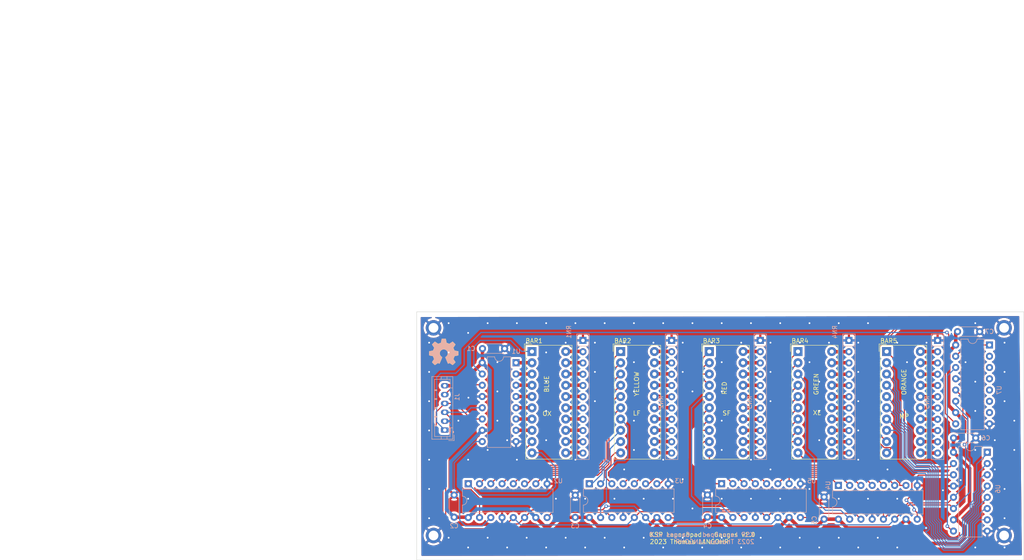
<source format=kicad_pcb>
(kicad_pcb (version 20221018) (generator pcbnew)
  (title_block (title "Launchpad - Gauges") (rev "v1.0"))
  (layers (0 "F.Cu" signal) (31 "B.Cu" signal) (34 "B.Paste" user) (35 "F.Paste" user) (36 "B.SilkS" user "B.Silkscreen") (37 "F.SilkS" user "F.Silkscreen") (38 "B.Mask" user) (39 "F.Mask" user) (44 "Edge.Cuts" user))
  (net 0 "")
  (net 1 "Net-(U1-QA)")
  (net 2 "Net-(U1-QB)")
  (net 3 "Net-(U1-QC)")
  (net 4 "Net-(U1-QD)")
  (net 5 "Net-(U1-QE)")
  (net 6 "Net-(U1-QF)")
  (net 7 "Net-(U1-QG)")
  (net 8 "Net-(U1-QH)")
  (net 9 "Net-(U2-QA)")
  (net 10 "Net-(U2-QB)")
  (net 11 "Net-(RN1-R10)")
  (net 12 "Net-(RN1-R9)")
  (net 13 "Net-(RN1-R8)")
  (net 14 "Net-(RN1-R7)")
  (net 15 "Net-(RN1-R6)")
  (net 16 "Net-(RN1-R5)")
  (net 17 "Net-(RN1-R4)")
  (net 18 "Net-(RN1-R3)")
  (net 19 "Net-(RN1-R2)")
  (net 20 "Net-(RN1-R1)")
  (net 21 "Net-(U2-QC)")
  (net 22 "Net-(U2-QD)")
  (net 23 "Net-(U2-QE)")
  (net 24 "Net-(U2-QF)")
  (net 25 "Net-(U2-QG)")
  (net 26 "Net-(U2-QH)")
  (net 27 "Net-(U3-QA)")
  (net 28 "Net-(U3-QB)")
  (net 29 "Net-(U3-QC)")
  (net 30 "Net-(U3-QD)")
  (net 31 "Net-(RN2-R10)")
  (net 32 "Net-(RN2-R9)")
  (net 33 "Net-(RN2-R8)")
  (net 34 "Net-(RN2-R7)")
  (net 35 "Net-(RN2-R6)")
  (net 36 "Net-(RN2-R5)")
  (net 37 "Net-(RN2-R4)")
  (net 38 "Net-(RN2-R3)")
  (net 39 "Net-(RN2-R2)")
  (net 40 "Net-(RN2-R1)")
  (net 41 "Net-(U3-QE)")
  (net 42 "Net-(U3-QF)")
  (net 43 "Net-(U3-QG)")
  (net 44 "Net-(U3-QH)")
  (net 45 "Net-(U5-QA)")
  (net 46 "Net-(U5-QB)")
  (net 47 "Net-(U5-QC)")
  (net 48 "Net-(U5-QD)")
  (net 49 "Net-(U5-QE)")
  (net 50 "Net-(U5-QF)")
  (net 51 "Net-(RN3-R10)")
  (net 52 "Net-(RN3-R9)")
  (net 53 "Net-(RN3-R8)")
  (net 54 "Net-(RN3-R7)")
  (net 55 "Net-(RN3-R6)")
  (net 56 "Net-(RN3-R5)")
  (net 57 "Net-(RN3-R4)")
  (net 58 "Net-(RN3-R3)")
  (net 59 "Net-(RN3-R2)")
  (net 60 "Net-(RN3-R1)")
  (net 61 "Net-(U5-QG)")
  (net 62 "Net-(U6-QA)")
  (net 63 "Net-(U4-QA)")
  (net 64 "Net-(U4-QB)")
  (net 65 "Net-(U4-QC)")
  (net 66 "Net-(U4-QD)")
  (net 67 "Net-(U4-QE)")
  (net 68 "Net-(U4-QF)")
  (net 69 "Net-(U4-QG)")
  (net 70 "Net-(U4-QH)")
  (net 71 "Net-(RN4-R10)")
  (net 72 "Net-(RN4-R9)")
  (net 73 "Net-(RN4-R8)")
  (net 74 "Net-(RN4-R7)")
  (net 75 "Net-(RN4-R6)")
  (net 76 "Net-(RN4-R5)")
  (net 77 "Net-(RN4-R4)")
  (net 78 "Net-(RN4-R3)")
  (net 79 "Net-(RN4-R2)")
  (net 80 "Net-(RN4-R1)")
  (net 81 "+5V")
  (net 82 "GND")
  (net 83 "/DG_DATA")
  (net 84 "/DG_CLK")
  (net 85 "/~{DG_LATCH}")
  (net 86 "Net-(U1-QH')")
  (net 87 "Net-(U2-QH')")
  (net 88 "Net-(U3-QH')")
  (net 89 "Net-(U4-SER)")
  (net 90 "Net-(U5-QH)")
  (net 91 "Net-(U6-QB)")
  (net 92 "Net-(U6-QC)")
  (net 93 "Net-(U6-QD)")
  (net 94 "Net-(U6-QE)")
  (net 95 "Net-(U6-QF)")
  (net 96 "Net-(U6-QG)")
  (net 97 "Net-(U6-QH)")
  (net 98 "Net-(U7-QA)")
  (net 99 "Net-(U7-QB)")
  (net 100 "Net-(RN5-R10)")
  (net 101 "Net-(RN5-R9)")
  (net 102 "Net-(RN5-R8)")
  (net 103 "Net-(RN5-R7)")
  (net 104 "Net-(RN5-R6)")
  (net 105 "Net-(RN5-R5)")
  (net 106 "Net-(RN5-R4)")
  (net 107 "Net-(RN5-R3)")
  (net 108 "Net-(RN5-R2)")
  (net 109 "Net-(RN5-R1)")
  (net 110 "/SER_OUT")
  (net 111 "Net-(U4-QH')")
  (net 112 "Net-(U6-QH')")
  (footprint "MountingHole:MountingHole_2.2mm_M2_ISO7380_Pad" (layer "F.Cu") (at 226.5 73.66)
    (fp_text reference "H2" hide)
    (fp_text value "MountingHole_Pad" hide)
  )
  (footprint "Display:HDSP-4832" (layer "F.Cu") (at 160 79)
    (fp_text reference "BAR3")
    (fp_text value "XGMRX10D")
  )
  (footprint "MountingHole:MountingHole_2.2mm_M2_ISO7380_Pad" (layer "F.Cu") (at 97.79 73.66)
    (fp_text reference "H1" hide)
    (fp_text value "MountingHole_Pad" hide)
  )
  (footprint "Display:HDSP-4832" (layer "F.Cu") (at 200 79)
    (fp_text reference "BAR5")
    (fp_text value "EADLBA10OA1")
  )
  (footprint "Display:HDSP-4832" (layer "F.Cu") (at 140 79)
    (fp_text reference "BAR2")
    (fp_text value "XGUYX10D")
  )
  (footprint "MountingHole:MountingHole_2.2mm_M2_ISO7380_Pad" (layer "F.Cu") (at 226.5 120.5)
    (fp_text reference "H4" hide)
    (fp_text value "MountingHole_Pad" hide)
  )
  (footprint "MountingHole:MountingHole_2.2mm_M2_ISO7380_Pad" (layer "F.Cu") (at 97.79 120.5)
    (fp_text reference "H3" hide)
    (fp_text value "MountingHole_Pad" hide)
  )
  (footprint "Display:HDSP-4832" (layer "F.Cu") (at 180 79)
    (fp_text reference "BAR4")
    (fp_text value "XGUGX10D")
  )
  (footprint "Symbol:OSHW-Symbol_6.7x6mm_SilkScreen" (layer "F.Cu") (at 100.1 79.1)
    (fp_text reference "REF**" hide)
    (fp_text value "OSHW-Symbol_6.7x6mm_SilkScreen" hide)
  )
  (footprint "Display:HDSP-4832" (layer "F.Cu") (at 120 79)
    (fp_text reference "BAR1")
    (fp_text value "GCBDX10D")
  )
  (footprint "Resistor_THT:R_Array_SIP11" (layer "B.Cu") (at 151.5 76.5 -90)
    (fp_text reference "RN2")
    (fp_text value "R330")
  )
  (footprint "Capacitor_THT:C_Disc_D4.3mm_W1.9mm_P5.00mm" (layer "B.Cu") (at 185.895 116.81 90)
    (fp_text reference "C5")
    (fp_text value "0.1 µf")
  )
  (footprint "Capacitor_THT:C_Disc_D4.3mm_W1.9mm_P5.00mm" (layer "B.Cu") (at 102.4425 116.365 90)
    (fp_text reference "C2")
    (fp_text value "0.1 µf")
  )
  (footprint "Capacitor_THT:C_Disc_D4.3mm_W1.9mm_P5.00mm" (layer "B.Cu") (at 159.5775 116.345 90)
    (fp_text reference "C4")
    (fp_text value "0.1 µf")
  )
  (footprint "Package_DIP:DIP-16_W7.62mm" (layer "B.Cu") (at 189.125 109.2 -90)
    (fp_text reference "U4")
    (fp_text value "74HC595" hide)
  )
  (footprint "Capacitor_THT:C_Disc_D4.3mm_W1.9mm_P5.00mm" (layer "B.Cu") (at 216 74.5)
    (fp_text reference "C7")
    (fp_text value "0.1 µf" hide)
  )
  (footprint "Package_DIP:DIP-16_W7.62mm" (layer "B.Cu") (at 162.7675 108.815 -90)
    (fp_text reference "U5")
    (fp_text value "74HC595")
  )
  (footprint "Capacitor_THT:C_Disc_D4.3mm_W1.9mm_P5.00mm" (layer "B.Cu") (at 129.7625 116.405 90)
    (fp_text reference "C3")
    (fp_text value "0.1 µf")
  )
  (footprint "Symbol:OSHW-Symbol_6.7x6mm_SilkScreen" (layer "B.Cu") (at 100.1 79.1 180)
    (fp_text reference "REF**" hide)
    (fp_text value "OSHW-Symbol_6.7x6mm_SilkScreen" hide)
  )
  (footprint "Resistor_THT:R_Array_SIP11" (layer "B.Cu") (at 211.5 76.5 -90)
    (fp_text reference "RN5")
    (fp_text value "R330")
  )
  (footprint "Package_DIP:DIP-16_W7.62mm" (layer "B.Cu") (at 116.4025 81.525 180)
    (fp_text reference "U1")
    (fp_text value "74HC595")
  )
  (footprint "Package_DIP:DIP-16_W7.62mm" (layer "B.Cu") (at 132.9375 108.825 -90)
    (fp_text reference "U3")
    (fp_text value "74HC595")
  )
  (footprint "Resistor_THT:R_Array_SIP11" (layer "B.Cu") (at 131.5 76.5 -90)
    (fp_text reference "RN1")
    (fp_text value "1k")
  )
  (footprint "Resistor_THT:R_Array_SIP11" (layer "B.Cu") (at 171.5 76.5 -90)
    (fp_text reference "RN3")
    (fp_text value "1k")
  )
  (footprint "Connector_JST:JST_PH_B6B-PH-K_1x06_P2.00mm_Vertical" (layer "B.Cu") (at 100.33 96.71 90)
    (fp_text reference "J1")
    (fp_text value "Conn_01x06_Socket")
  )
  (footprint "Resistor_THT:R_Array_SIP11" (layer "B.Cu") (at 191.5 76.5 -90)
    (fp_text reference "RN4")
    (fp_text value "R330")
  )
  (footprint "Package_DIP:DIP-16_W7.62mm" (layer "B.Cu") (at 223.2 77.525 180)
    (fp_text reference "U7")
    (fp_text value "74HC595")
  )
  (footprint "Capacitor_THT:C_Disc_D4.3mm_W1.9mm_P5.00mm" (layer "B.Cu") (at 108.8325 78.335)
    (fp_text reference "C1")
    (fp_text value "0.1 µf")
  )
  (footprint "Package_DIP:DIP-16_W7.62mm" (layer "B.Cu") (at 105.6325 108.825 -90)
    (fp_text reference "U2")
    (fp_text value "74HC595")
  )
  (footprint "Package_DIP:DIP-16_W7.62mm" (layer "B.Cu") (at 222.7 101.72 180)
    (fp_text reference "U6")
    (fp_text value "74HC595")
  )
  (footprint "Capacitor_THT:C_Disc_D4.3mm_W1.9mm_P5.00mm" (layer "B.Cu") (at 215.1 98.5)
    (fp_text reference "C6")
    (fp_text value "0.1 µf")
  )
  (gr_rect (start 93.985 70.05) (end 230.955 126.03) (stroke (width 0.1)) (fill none) (layer "Edge.Cuts"))
  (gr_text "KSP Launchpad - Gauges v1.0\n2023 Thomas LANGOHR" (at 170.249 122.5) (layer "B.SilkS") (effects (font (size 1 1)) (justify left bottom mirror)))
  (gr_text "GREEN" (at 184.7 88.9 90) (layer "F.SilkS") (effects (font (size 1 1)) (justify left bottom)))
  (gr_text "KSP Launchpad - Gauges v1.0\n2023 Thomas LANGOHR" (at 146.5 122.5) (layer "F.SilkS") (effects (font (size 1 1)) (justify left bottom)))
  (gr_text "RED" (at 164 88.8 90) (layer "F.SilkS") (effects (font (size 1 1)) (justify left bottom)))
  (gr_text "ORANGE" (at 204.5 88.9 90) (layer "F.SilkS") (effects (font (size 1 1)) (justify left bottom)))
  (gr_text "LF" (at 142.7 93.5) (layer "F.SilkS") (effects (font (size 1 1)) (justify left bottom)))
  (gr_text "MP" (at 202.8 94.2) (layer "F.SilkS") (effects (font (size 1 1)) (justify left bottom)))
  (gr_text "BLUE" (at 123.9 88.3 90) (layer "F.SilkS") (effects (font (size 1 1)) (justify left bottom)))
  (gr_text "OX" (at 122.3 93.6) (layer "F.SilkS") (effects (font (size 1 1)) (justify left bottom)))
  (gr_text "SF" (at 162.9 93.5) (layer "F.SilkS") (effects (font (size 1 1)) (justify left bottom)))
  (gr_text "XE" (at 183.3 93.4) (layer "F.SilkS") (effects (font (size 1 1)) (justify left bottom)))
  (gr_text "YELLOW" (at 144.2 89.2 90) (layer "F.SilkS") (effects (font (size 1 1)) (justify left bottom)))
  (segment (start 115.2125 76.5) (end 117.6825 78.97) (width 0.25) (layer "B.Cu") (net 1))
  (segment (start 108.3 76.5) (end 115.2125 76.5) (width 0.25) (layer "B.Cu") (net 1))
  (segment (start 117.6825 78.97) (end 120.2225 78.97) (width 0.25) (layer "B.Cu") (net 1))
  (segment (start 106.8875 82.17) (end 106.8875 77.9125) (width 0.25) (layer "B.Cu") (net 1))
  (segment (start 108.7825 84.065) (end 106.8875 82.17) (width 0.25) (layer "B.Cu") (net 1))
  (segment (start 106.8875 77.9125) (end 108.3 76.5) (width 0.25) (layer "B.Cu") (net 1))
  (segment (start 116.4025 81.525) (end 119.985 81.525) (width 0.8) (layer "F.Cu") (net 2))
  (segment (start 119.985 81.525) (end 120 81.54) (width 0.8) (layer "F.Cu") (net 2))
  (segment (start 116.4025 84.065) (end 119.985 84.065) (width 0.8) (layer "F.Cu") (net 3))
  (segment (start 119.985 84.065) (end 120 84.08) (width 0.8) (layer "F.Cu") (net 3))
  (segment (start 119.97 86.59) (end 116.4175 86.59) (width 0.8) (layer "F.Cu") (net 4))
  (segment (start 120 86.62) (end 119.97 86.59) (width 0.8) (layer "F.Cu") (net 4))
  (segment (start 116.4025 89.145) (end 119.985 89.145) (width 0.8) (layer "F.Cu") (net 5))
  (segment (start 119.985 89.145) (end 120 89.16) (width 0.8) (layer "F.Cu") (net 5))
  (segment (start 116.4025 91.685) (end 119.985 91.685) (width 0.8) (layer "F.Cu") (net 6))
  (segment (start 119.985 91.685) (end 120 91.7) (width 0.8) (layer "F.Cu") (net 6))
  (segment (start 116.4025 94.225) (end 119.985 94.225) (width 0.8) (layer "F.Cu") (net 7))
  (segment (start 119.985 94.225) (end 120 94.24) (width 0.8) (layer "F.Cu") (net 7))
  (segment (start 116.4025 96.765) (end 119.985 96.765) (width 0.8) (layer "F.Cu") (net 8))
  (segment (start 119.985 96.765) (end 120 96.78) (width 0.8) (layer "F.Cu") (net 8))
  (segment (start 109.716104 106.645) (end 111.619708 106.645) (width 0.25) (layer "F.Cu") (net 9))
  (segment (start 118.1325 103.939416) (end 118.1325 101.38) (width 0.25) (layer "F.Cu") (net 9))
  (segment (start 104.3475 106.91) (end 109.451104 106.91) (width 0.25) (layer "F.Cu") (net 9))
  (segment (start 118.1325 101.38) (end 120.2225 99.29) (width 0.25) (layer "F.Cu") (net 9))
  (segment (start 103.7125 109.155) (end 103.7125 107.545) (width 0.25) (layer "F.Cu") (net 9))
  (segment (start 104.6575 110.1) (end 103.7125 109.155) (width 0.25) (layer "F.Cu") (net 9))
  (segment (start 109.451104 106.91) (end 109.716104 106.645) (width 0.25) (layer "F.Cu") (net 9))
  (segment (start 106.2 110.1) (end 104.6575 110.1) (width 0.25) (layer "F.Cu") (net 9))
  (segment (start 116.326916 105.745) (end 118.1325 103.939416) (width 0.25) (layer "F.Cu") (net 9))
  (segment (start 114.423312 105.745) (end 116.326916 105.745) (width 0.25) (layer "F.Cu") (net 9))
  (segment (start 112.069708 106.195) (end 113.973312 106.195) (width 0.25) (layer "F.Cu") (net 9))
  (segment (start 111.619708 106.645) (end 112.069708 106.195) (width 0.25) (layer "F.Cu") (net 9))
  (segment (start 113.973312 106.195) (end 114.423312 105.745) (width 0.25) (layer "F.Cu") (net 9))
  (segment (start 108.1725 116.445) (end 108.1725 112.0725) (width 0.25) (layer "F.Cu") (net 9))
  (segment (start 108.1725 112.0725) (end 106.2 110.1) (width 0.25) (layer "F.Cu") (net 9))
  (segment (start 103.7125 107.545) (end 104.3475 106.91) (width 0.25) (layer "F.Cu") (net 9))
  (segment (start 122.1275 101.83) (end 120.2225 101.83) (width 0.25) (layer "B.Cu") (net 10))
  (segment (start 105.6325 108.825) (end 108.1625 111.355) (width 0.25) (layer "B.Cu") (net 10))
  (segment (start 108.1625 111.355) (end 123.3975 111.355) (width 0.25) (layer "B.Cu") (net 10))
  (segment (start 125.3025 109.45) (end 125.3025 105.005) (width 0.25) (layer "B.Cu") (net 10))
  (segment (start 123.3975 111.355) (end 125.3025 109.45) (width 0.25) (layer "B.Cu") (net 10))
  (segment (start 125.3025 105.005) (end 122.1275 101.83) (width 0.25) (layer "B.Cu") (net 10))
  (segment (start 131.43 101.83) (end 127.65 101.83) (width 0.8) (layer "F.Cu") (net 11))
  (segment (start 131.5 101.9) (end 131.43 101.83) (width 0.8) (layer "F.Cu") (net 11))
  (segment (start 127.65 101.83) (end 127.62 101.86) (width 0.8) (layer "F.Cu") (net 11))
  (segment (start 131.43 99.29) (end 131.5 99.36) (width 0.8) (layer "F.Cu") (net 12))
  (segment (start 127.65 99.29) (end 131.43 99.29) (width 0.8) (layer "F.Cu") (net 12))
  (segment (start 127.62 99.32) (end 127.65 99.29) (width 0.8) (layer "F.Cu") (net 12))
  (segment (start 131.43 96.75) (end 127.65 96.75) (width 0.8) (layer "F.Cu") (net 13))
  (segment (start 127.65 96.75) (end 127.62 96.78) (width 0.8) (layer "F.Cu") (net 13))
  (segment (start 131.5 96.82) (end 131.43 96.75) (width 0.8) (layer "F.Cu") (net 13))
  (segment (start 127.62 94.24) (end 127.65 94.21) (width 0.8) (layer "F.Cu") (net 14))
  (segment (start 131.43 94.21) (end 131.5 94.28) (width 0.8) (layer "F.Cu") (net 14))
  (segment (start 127.65 94.21) (end 131.43 94.21) (width 0.8) (layer "F.Cu") (net 14))
  (segment (start 131.43 91.67) (end 127.65 91.67) (width 0.8) (layer "F.Cu") (net 15))
  (segment (start 127.65 91.67) (end 127.62 91.7) (width 0.8) (layer "F.Cu") (net 15))
  (segment (start 131.5 91.74) (end 131.43 91.67) (width 0.8) (layer "F.Cu") (net 15))
  (segment (start 127.65 89.13) (end 131.43 89.13) (width 0.8) (layer "F.Cu") (net 16))
  (segment (start 127.62 89.16) (end 127.65 89.13) (width 0.8) (layer "F.Cu") (net 16))
  (segment (start 131.43 89.13) (end 131.5 89.2) (width 0.8) (layer "F.Cu") (net 16))
  (segment (start 127.65 86.59) (end 127.62 86.62) (width 0.8) (layer "F.Cu") (net 17))
  (segment (start 131.43 86.59) (end 127.65 86.59) (width 0.8) (layer "F.Cu") (net 17))
  (segment (start 131.5 86.66) (end 131.43 86.59) (width 0.8) (layer "F.Cu") (net 17))
  (segment (start 127.65 84.05) (end 131.43 84.05) (width 0.8) (layer "F.Cu") (net 18))
  (segment (start 127.62 84.08) (end 127.65 84.05) (width 0.8) (layer "F.Cu") (net 18))
  (segment (start 131.43 84.05) (end 131.5 84.12) (width 0.8) (layer "F.Cu") (net 18))
  (segment (start 131.5 81.58) (end 131.43 81.51) (width 0.8) (layer "F.Cu") (net 19))
  (segment (start 131.43 81.51) (end 127.65 81.51) (width 0.8) (layer "F.Cu") (net 19))
  (segment (start 127.65 81.51) (end 127.62 81.54) (width 0.8) (layer "F.Cu") (net 19))
  (segment (start 127.62 79) (end 127.65 78.97) (width 0.8) (layer "F.Cu") (net 20))
  (segment (start 131.43 78.97) (end 131.5 79.04) (width 0.8) (layer "F.Cu") (net 20))
  (segment (start 127.65 78.97) (end 131.43 78.97) (width 0.8) (layer "F.Cu") (net 20))
  (segment (start 135.1175 103.43802) (end 135.1175 92.64302) (width 0.25) (layer "F.Cu") (net 21))
  (segment (start 114.159708 106.645) (end 114.609708 106.195) (width 0.25) (layer "F.Cu") (net 21))
  (segment (start 136.0175 91.74302) (end 136.0175 89.839416) (width 0.25) (layer "F.Cu") (net 21))
  (segment (start 112.256104 106.645) (end 114.159708 106.645) (width 0.25) (layer "F.Cu") (net 21))
  (segment (start 136.4675 87.485812) (end 136.9175 87.035812) (width 0.25) (layer "F.Cu") (net 21))
  (segment (start 137.8175 82.328604) (end 137.8175 81.1825) (width 0.25) (layer "F.Cu") (net 21))
  (segment (start 119.476916 105.745) (end 120.111916 105.11) (width 0.25) (layer "F.Cu") (net 21))
  (segment (start 109.9025 107.095) (end 111.806104 107.095) (width 0.25) (layer "F.Cu") (net 21))
  (segment (start 136.0175 89.839416) (end 136.4675 89.389416) (width 0.25) (layer "F.Cu") (net 21))
  (segment (start 121.40552 105.11) (end 121.85552 104.66) (width 0.25) (layer "F.Cu") (net 21))
  (segment (start 136.9175 85.132208) (end 137.3675 84.682208) (width 0.25) (layer "F.Cu") (net 21))
  (segment (start 116.963312 105.745) (end 119.476916 105.745) (width 0.25) (layer "F.Cu") (net 21))
  (segment (start 116.513312 106.195) (end 116.963312 105.745) (width 0.25) (layer "F.Cu") (net 21))
  (segment (start 135.1175 92.64302) (end 136.0175 91.74302) (width 0.25) (layer "F.Cu") (net 21))
  (segment (start 136.4675 89.389416) (end 136.4675 87.485812) (width 0.25) (layer "F.Cu") (net 21))
  (segment (start 136.9175 87.035812) (end 136.9175 85.132208) (width 0.25) (layer "F.Cu") (net 21))
  (segment (start 137.3675 82.778604) (end 137.8175 82.328604) (width 0.25) (layer "F.Cu") (net 21))
  (segment (start 120.111916 105.11) (end 121.40552 105.11) (width 0.25) (layer "F.Cu") (net 21))
  (segment (start 114.609708 106.195) (end 116.513312 106.195) (width 0.25) (layer "F.Cu") (net 21))
  (segment (start 137.8175 81.1825) (end 140 79) (width 0.25) (layer "F.Cu") (net 21))
  (segment (start 111.806104 107.095) (end 112.256104 106.645) (width 0.25) (layer "F.Cu") (net 21))
  (segment (start 121.85552 104.66) (end 133.89552 104.66) (width 0.25) (layer "F.Cu") (net 21))
  (segment (start 133.89552 104.66) (end 135.1175 103.43802) (width 0.25) (layer "F.Cu") (net 21))
  (segment (start 137.3675 84.682208) (end 137.3675 82.778604) (width 0.25) (layer "F.Cu") (net 21))
  (segment (start 108.1725 108.825) (end 109.9025 107.095) (width 0.25) (layer "F.Cu") (net 21))
  (segment (start 137.8175 84.868604) (end 137.8175 83.7225) (width 0.25) (layer "F.Cu") (net 22))
  (segment (start 136.9175 87.672208) (end 137.3675 87.222208) (width 0.25) (layer "F.Cu") (net 22))
  (segment (start 116.699708 106.645) (end 117.149708 106.195) (width 0.25) (layer "F.Cu") (net 22))
  (segment (start 136.4675 91.929416) (end 136.4675 90.025812) (width 0.25) (layer "F.Cu") (net 22))
  (segment (start 135.5675 92.829416) (end 136.4675 91.929416) (width 0.25) (layer "F.Cu") (net 22))
  (segment (start 114.346104 107.095) (end 114.796104 106.645) (width 0.25) (layer "F.Cu") (net 22))
  (segment (start 137.3675 87.222208) (end 137.3675 85.318604) (width 0.25) (layer "F.Cu") (net 22))
  (segment (start 135.5675 103.624416) (end 135.5675 92.829416) (width 0.25) (layer "F.Cu") (net 22))
  (segment (start 122.041916 105.11) (end 134.081916 105.11) (width 0.25) (layer "F.Cu") (net 22))
  (segment (start 137.3675 85.318604) (end 137.8175 84.868604) (width 0.25) (layer "F.Cu") (net 22))
  (segment (start 136.4675 90.025812) (end 136.9175 89.575812) (width 0.25) (layer "F.Cu") (net 22))
  (segment (start 134.081916 105.11) (end 135.5675 103.624416) (width 0.25) (layer "F.Cu") (net 22))
  (segment (start 136.9175 89.575812) (end 136.9175 87.672208) (width 0.25) (layer "F.Cu") (net 22))
  (segment (start 110.7125 108.825) (end 112.4425 107.095) (width 0.25) (layer "F.Cu") (net 22))
  (segment (start 137.8175 83.7225) (end 140 81.54) (width 0.25) (layer "F.Cu") (net 22))
  (segment (start 117.149708 106.195) (end 119.663312 106.195) (width 0.25) (layer "F.Cu") (net 22))
  (segment (start 120.298312 105.56) (end 121.591916 105.56) (width 0.25) (layer "F.Cu") (net 22))
  (segment (start 114.796104 106.645) (end 116.699708 106.645) (width 0.25) (layer "F.Cu") (net 22))
  (segment (start 119.663312 106.195) (end 120.298312 105.56) (width 0.25) (layer "F.Cu") (net 22))
  (segment (start 112.4425 107.095) (end 114.346104 107.095) (width 0.25) (layer "F.Cu") (net 22))
  (segment (start 121.591916 105.56) (end 122.041916 105.11) (width 0.25) (layer "F.Cu") (net 22))
  (segment (start 120.484708 106.01) (end 121.778312 106.01) (width 0.25) (layer "F.Cu") (net 23))
  (segment (start 117.336104 106.645) (end 119.849708 106.645) (width 0.25) (layer "F.Cu") (net 23))
  (segment (start 121.778312 106.01) (end 122.228312 105.56) (width 0.25) (layer "F.Cu") (net 23))
  (segment (start 119.849708 106.645) (end 120.484708 106.01) (width 0.25) (layer "F.Cu") (net 23))
  (segment (start 137.3675 87.858604) (end 137.8175 87.408604) (width 0.25) (layer "F.Cu") (net 23))
  (segment (start 136.0175 103.810812) (end 136.0175 93.015812) (width 0.25) (layer "F.Cu") (net 23))
  (segment (start 137.3675 89.762208) (end 137.3675 87.858604) (width 0.25) (layer "F.Cu") (net 23))
  (segment (start 134.268312 105.56) (end 136.0175 103.810812) (width 0.25) (layer "F.Cu") (net 23))
  (segment (start 114.9825 107.095) (end 116.886104 107.095) (width 0.25) (layer "F.Cu") (net 23))
  (segment (start 122.228312 105.56) (end 134.268312 105.56) (width 0.25) (layer "F.Cu") (net 23))
  (segment (start 116.886104 107.095) (end 117.336104 106.645) (width 0.25) (layer "F.Cu") (net 23))
  (segment (start 136.9175 90.212208) (end 137.3675 89.762208) (width 0.25) (layer "F.Cu") (net 23))
  (segment (start 136.9175 92.115812) (end 136.9175 90.212208) (width 0.25) (layer "F.Cu") (net 23))
  (segment (start 137.8175 87.408604) (end 137.8175 86.2625) (width 0.25) (layer "F.Cu") (net 23))
  (segment (start 136.0175 93.015812) (end 136.9175 92.115812) (width 0.25) (layer "F.Cu") (net 23))
  (segment (start 113.2525 108.825) (end 114.9825 107.095) (width 0.25) (layer "F.Cu") (net 23))
  (segment (start 137.8175 86.2625) (end 140 84.08) (width 0.25) (layer "F.Cu") (net 23))
  (segment (start 115.7925 108.825) (end 117.5225 107.095) (width 0.25) (layer "F.Cu") (net 24))
  (segment (start 136.4675 103.997208) (end 136.4675 93.202208) (width 0.25) (layer "F.Cu") (net 24))
  (segment (start 134.454708 106.01) (end 136.4675 103.997208) (width 0.25) (layer "F.Cu") (net 24))
  (segment (start 122.414708 106.01) (end 134.454708 106.01) (width 0.25) (layer "F.Cu") (net 24))
  (segment (start 120.671104 106.46) (end 121.964708 106.46) (width 0.25) (layer "F.Cu") (net 24))
  (segment (start 121.964708 106.46) (end 122.414708 106.01) (width 0.25) (layer "F.Cu") (net 24))
  (segment (start 120.036104 107.095) (end 120.671104 106.46) (width 0.25) (layer "F.Cu") (net 24))
  (segment (start 137.3675 92.302208) (end 137.3675 90.398604) (width 0.25) (layer "F.Cu") (net 24))
  (segment (start 137.8175 88.8025) (end 140 86.62) (width 0.25) (layer "F.Cu") (net 24))
  (segment (start 136.4675 93.202208) (end 137.3675 92.302208) (width 0.25) (layer "F.Cu") (net 24))
  (segment (start 137.8175 89.948604) (end 137.8175 88.8025) (width 0.25) (layer "F.Cu") (net 24))
  (segment (start 117.5225 107.095) (end 120.036104 107.095) (width 0.25) (layer "F.Cu") (net 24))
  (segment (start 137.3675 90.398604) (end 137.8175 89.948604) (width 0.25) (layer "F.Cu") (net 24))
  (segment (start 118.9425 108.825) (end 120.6725 107.095) (width 0.25) (layer "F.Cu") (net 25))
  (segment (start 136.9175 104.183604) (end 136.9175 93.388604) (width 0.25) (layer "F.Cu") (net 25))
  (segment (start 137.8175 92.488604) (end 137.8175 90.585) (width 0.25) (layer "F.Cu") (net 25))
  (segment (start 122.601104 106.46) (end 134.641104 106.46) (width 0.25) (layer "F.Cu") (net 25))
  (segment (start 120.6725 107.095) (end 121.966104 107.095) (width 0.25) (layer "F.Cu") (net 25))
  (segment (start 134.641104 106.46) (end 136.9175 104.183604) (width 0.25) (layer "F.Cu") (net 25))
  (segment (start 136.9175 93.388604) (end 137.8175 92.488604) (width 0.25) (layer "F.Cu") (net 25))
  (segment (start 121.966104 107.095) (end 122.601104 106.46) (width 0.25) (layer "F.Cu") (net 25))
  (segment (start 137.8175 90.585) (end 139.2725 89.13) (width 0.25) (layer "F.Cu") (net 25))
  (segment (start 120.8725 108.825) (end 122.7875 106.91) (width 0.25) (layer "F.Cu") (net 26))
  (segment (start 137.3675 104.37) (end 137.3675 94.3325) (width 0.25) (layer "F.Cu") (net 26))
  (segment (start 134.8275 106.91) (end 137.3675 104.37) (width 0.25) (layer "F.Cu") (net 26))
  (segment (start 137.3675 94.3325) (end 140 91.7) (width 0.25) (layer "F.Cu") (net 26))
  (segment (start 122.7875 106.91) (end 134.8275 106.91) (width 0.25) (layer "F.Cu") (net 26))
  (segment (start 136.63 113.17) (end 136.8 113) (width 0.25) (layer "B.Cu") (net 27))
  (segment (start 135.4775 116.445) (end 135.4775 114.124695) (width 0.25) (layer "B.Cu") (net 27))
  (segment (start 139.1 103.6) (end 140.9 103.6) (width 0.25) (layer "B.Cu") (net 27))
  (segment (start 141.6 95.84) (end 140 94.24) (width 0.25) (layer "B.Cu") (net 27))
  (segment (start 136.432195 113.17) (end 136.63 113.17) (width 0.25) (layer "B.Cu") (net 27))
  (segment (start 140.9 103.6) (end 141.6 102.9) (width 0.25) (layer "B.Cu") (net 27))
  (segment (start 135.4775 114.124695) (end 136.432195 113.17) (width 0.25) (layer "B.Cu") (net 27))
  (segment (start 141.6 102.9) (end 141.6 95.84) (width 0.25) (layer "B.Cu") (net 27))
  (segment (start 136.8 105.9) (end 139.1 103.6) (width 0.25) (layer "B.Cu") (net 27))
  (segment (start 136.8 113) (end 136.8 105.9) (width 0.25) (layer "B.Cu") (net 27))
  (segment (start 137.181104 103.283604) (end 135.8325 104.632208) (width 0.25) (layer "B.Cu") (net 28))
  (segment (start 137.181104 99.598896) (end 137.181104 103.283604) (width 0.25) (layer "B.Cu") (net 28))
  (segment (start 140 96.78) (end 137.181104 99.598896) (width 0.25) (layer "B.Cu") (net 28))
  (segment (start 135.8325 106.54) (end 133.5475 108.825) (width 0.25) (layer "B.Cu") (net 28))
  (segment (start 135.8325 104.632208) (end 135.8325 106.54) (width 0.25) (layer "B.Cu") (net 28))
  (segment (start 137.631104 100.935666) (end 137.631104 103.47) (width 0.25) (layer "B.Cu") (net 29))
  (segment (start 140 99.32) (end 139.24677 99.32) (width 0.25) (layer "B.Cu") (net 29))
  (segment (start 139.24677 99.32) (end 137.631104 100.935666) (width 0.25) (layer "B.Cu") (net 29))
  (segment (start 136.2825 104.818604) (end 136.2825 108.02) (width 0.25) (layer "B.Cu") (net 29))
  (segment (start 136.2825 108.02) (end 135.4775 108.825) (width 0.25) (layer "B.Cu") (net 29))
  (segment (start 137.631104 103.47) (end 136.2825 104.818604) (width 0.25) (layer "B.Cu") (net 29))
  (segment (start 137.8175 104.556396) (end 137.8175 102.7825) (width 0.25) (layer "F.Cu") (net 30))
  (segment (start 137.8175 102.7825) (end 138.74 101.86) (width 0.25) (layer "F.Cu") (net 30))
  (segment (start 136.5 105.873896) (end 137.8175 104.556396) (width 0.25) (layer "F.Cu") (net 30))
  (segment (start 138.0175 108.825) (end 136.5 107.3075) (width 0.25) (layer "F.Cu") (net 30))
  (segment (start 136.5 107.3075) (end 136.5 105.873896) (width 0.25) (layer "F.Cu") (net 30))
  (segment (start 138.74 101.86) (end 140 101.86) (width 0.25) (layer "F.Cu") (net 30))
  (segment (start 147.62 101.86) (end 147.65 101.83) (width 0.8) (layer "F.Cu") (net 31))
  (segment (start 151.43 101.83) (end 151.5 101.9) (width 0.8) (layer "F.Cu") (net 31))
  (segment (start 147.65 101.83) (end 151.43 101.83) (width 0.8) (layer "F.Cu") (net 31))
  (segment (start 147.65 99.29) (end 151.43 99.29) (width 0.8) (layer "F.Cu") (net 32))
  (segment (start 151.43 99.29) (end 151.5 99.36) (width 0.8) (layer "F.Cu") (net 32))
  (segment (start 147.62 99.32) (end 147.65 99.29) (width 0.8) (layer "F.Cu") (net 32))
  (segment (start 147.62 96.78) (end 147.65 96.75) (width 0.8) (layer "F.Cu") (net 33))
  (segment (start 147.65 96.75) (end 151.43 96.75) (width 0.8) (layer "F.Cu") (net 33))
  (segment (start 151.43 96.75) (end 151.5 96.82) (width 0.8) (layer "F.Cu") (net 33))
  (segment (start 147.65 94.21) (end 147.62 94.24) (width 0.8) (layer "F.Cu") (net 34))
  (segment (start 151.5 94.28) (end 151.43 94.21) (width 0.8) (layer "F.Cu") (net 34))
  (segment (start 151.43 94.21) (end 147.65 94.21) (width 0.8) (layer "F.Cu") (net 34))
  (segment (start 151.43 91.67) (end 151.5 91.74) (width 0.8) (layer "F.Cu") (net 35))
  (segment (start 147.65 91.67) (end 151.43 91.67) (width 0.8) (layer "F.Cu") (net 35))
  (segment (start 147.62 91.7) (end 147.65 91.67) (width 0.8) (layer "F.Cu") (net 35))
  (segment (start 147.65 89.13) (end 147.62 89.16) (width 0.8) (layer "F.Cu") (net 36))
  (segment (start 151.43 89.13) (end 147.65 89.13) (width 0.8) (layer "F.Cu") (net 36))
  (segment (start 151.5 89.2) (end 151.43 89.13) (width 0.8) (layer "F.Cu") (net 36))
  (segment (start 147.65 86.59) (end 151.43 86.59) (width 0.8) (layer "F.Cu") (net 37))
  (segment (start 151.43 86.59) (end 151.5 86.66) (width 0.8) (layer "F.Cu") (net 37))
  (segment (start 147.62 86.62) (end 147.65 86.59) (width 0.8) (layer "F.Cu") (net 37))
  (segment (start 147.65 84.05) (end 151.43 84.05) (width 0.8) (layer "F.Cu") (net 38))
  (segment (start 151.43 84.05) (end 151.5 84.12) (width 0.8) (layer "F.Cu") (net 38))
  (segment (start 147.62 84.08) (end 147.65 84.05) (width 0.8) (layer "F.Cu") (net 38))
  (segment (start 151.5 81.58) (end 151.43 81.51) (width 0.8) (layer "F.Cu") (net 39))
  (segment (start 151.43 81.51) (end 147.65 81.51) (width 0.8) (layer "F.Cu") (net 39))
  (segment (start 147.65 81.51) (end 147.62 81.54) (width 0.8) (layer "F.Cu") (net 39))
  (segment (start 151.43 78.97) (end 151.5 79.04) (width 0.8) (layer "F.Cu") (net 40))
  (segment (start 147.62 79) (end 147.65 78.97) (width 0.8) (layer "F.Cu") (net 40))
  (segment (start 147.65 78.97) (end 151.43 78.97) (width 0.8) (layer "F.Cu") (net 40))
  (segment (start 140.5575 108.825) (end 143.1825 106.2) (width 0.25) (layer "F.Cu") (net 41))
  (segment (start 153.3 102.4) (end 153.3 86.663604) (width 0.25) (layer "F.Cu") (net 41))
  (segment (start 143.1825 106.2) (end 149.5 106.2) (width 0.25) (layer "F.Cu") (net 41))
  (segment (start 158.1 80.9) (end 160 79) (width 0.25) (layer "F.Cu") (net 41))
  (segment (start 149.5 106.2) (end 153.3 102.4) (width 0.25) (layer "F.Cu") (net 41))
  (segment (start 153.3 86.663604) (end 156.783604 83.18) (width 0.25) (layer "F.Cu") (net 41))
  (segment (start 158.1 82.463604) (end 158.1 80.9) (width 0.25) (layer "F.Cu") (net 41))
  (segment (start 156.783604 83.18) (end 157.383604 83.18) (width 0.25) (layer "F.Cu") (net 41))
  (segment (start 157.383604 83.18) (end 158.1 82.463604) (width 0.25) (layer "F.Cu") (net 41))
  (segment (start 153.8 102.6) (end 153.8 86.8) (width 0.25) (layer "F.Cu") (net 42))
  (segment (start 143.0975 108.825) (end 145.2725 106.65) (width 0.25) (layer "F.Cu") (net 42))
  (segment (start 157.57 83.63) (end 159.66 81.54) (width 0.25) (layer "F.Cu") (net 42))
  (segment (start 156.97 83.63) (end 157.57 83.63) (width 0.25) (layer "F.Cu") (net 42))
  (segment (start 149.75 106.65) (end 153.8 102.6) (width 0.25) (layer "F.Cu") (net 42))
  (segment (start 159.66 81.54) (end 160 81.54) (width 0.25) (layer "F.Cu") (net 42))
  (segment (start 153.8 86.8) (end 156.97 83.63) (width 0.25) (layer "F.Cu") (net 42))
  (segment (start 145.2725 106.65) (end 149.75 106.65) (width 0.25) (layer "F.Cu") (net 42))
  (segment (start 145.6375 108.825) (end 146.375 108.825) (width 0.25) (layer "F.Cu") (net 43))
  (segment (start 154.25 102.786396) (end 154.25 86.986396) (width 0.25) (layer "F.Cu") (net 43))
  (segment (start 146.375 108.825) (end 148.1 107.1) (width 0.25) (layer "F.Cu") (net 43))
  (segment (start 154.25 86.986396) (end 157.156396 84.08) (width 0.25) (layer "F.Cu") (net 43))
  (segment (start 157.156396 84.08) (end 160 84.08) (width 0.25) (layer "F.Cu") (net 43))
  (segment (start 149.936396 107.1) (end 154.25 102.786396) (width 0.25) (layer "F.Cu") (net 43))
  (segment (start 148.1 107.1) (end 149.936396 107.1) (width 0.25) (layer "F.Cu") (net 43))
  (segment (start 148.1775 108.825) (end 148.847792 108.825) (width 0.25) (layer "F.Cu") (net 44))
  (segment (start 157.172792 84.7) (end 158.08 84.7) (width 0.25) (layer "F.Cu") (net 44))
  (segment (start 148.847792 108.825) (end 154.7 102.972792) (width 0.25) (layer "F.Cu") (net 44))
  (segment (start 154.7 87.172792) (end 157.172792 84.7) (width 0.25) (layer "F.Cu") (net 44))
  (segment (start 158.08 84.7) (end 160 86.62) (width 0.25) (layer "F.Cu") (net 44))
  (segment (start 154.7 102.972792) (end 154.7 87.172792) (width 0.25) (layer "F.Cu") (net 44))
  (segment (start 156 111.6) (end 156 91.7) (width 0.25) (layer "B.Cu") (net 45))
  (segment (start 156 91.7) (end 158.54 89.16) (width 0.25) (layer "B.Cu") (net 45))
  (segment (start 162.4725 113.6) (end 158 113.6) (width 0.25) (layer "B.Cu") (net 45))
  (segment (start 158 113.6) (end 156 111.6) (width 0.25) (layer "B.Cu") (net 45))
  (segment (start 165.3075 116.435) (end 162.4725 113.6) (width 0.25) (layer "B.Cu") (net 45))
  (segment (start 158.54 89.16) (end 160 89.16) (width 0.25) (layer "B.Cu") (net 45))
  (segment (start 158 93.7) (end 160 91.7) (width 0.25) (layer "F.Cu") (net 46))
  (segment (start 156.75 104.05) (end 156.75 96.853604) (width 0.25) (layer "F.Cu") (net 46))
  (segment (start 158 95.603604) (end 158 93.7) (width 0.25) (layer "F.Cu") (net 46))
  (segment (start 156.75 96.853604) (end 158 95.603604) (width 0.25) (layer "F.Cu") (net 46))
  (segment (start 161.515 108.815) (end 156.75 104.05) (width 0.25) (layer "F.Cu") (net 46))
  (segment (start 162.7675 108.815) (end 161.515 108.815) (width 0.25) (layer "F.Cu") (net 46))
  (segment (start 157.2 103.863604) (end 157.2 97.04) (width 0.25) (layer "F.Cu") (net 47))
  (segment (start 160.268198 106.931802) (end 157.2 103.863604) (width 0.25) (layer "F.Cu") (net 47))
  (segment (start 163.424302 106.931802) (end 160.268198 106.931802) (width 0.25) (layer "F.Cu") (net 47))
  (segment (start 157.2 97.04) (end 160 94.24) (width 0.25) (layer "F.Cu") (net 47))
  (segment (start 165.3075 108.815) (end 163.424302 106.931802) (width 0.25) (layer "F.Cu") (net 47))
  (segment (start 158.096396 96.78) (end 160 96.78) (width 0.25) (layer "F.Cu") (net 48))
  (segment (start 160.386396 106.413604) (end 157.65 103.677208) (width 0.25) (layer "F.Cu") (net 48))
  (segment (start 165.446104 106.413604) (end 160.386396 106.413604) (width 0.25) (layer "F.Cu") (net 48))
  (segment (start 167.8475 108.815) (end 165.446104 106.413604) (width 0.25) (layer "F.Cu") (net 48))
  (segment (start 157.65 97.226396) (end 158.096396 96.78) (width 0.25) (layer "F.Cu") (net 48))
  (segment (start 157.65 103.677208) (end 157.65 97.226396) (width 0.25) (layer "F.Cu") (net 48))
  (segment (start 167.536104 105.963604) (end 160.572792 105.963604) (width 0.25) (layer "F.Cu") (net 49))
  (segment (start 158.1 103.490812) (end 158.1 100.1) (width 0.25) (layer "F.Cu") (net 49))
  (segment (start 158.1 100.1) (end 158.88 99.32) (width 0.25) (layer "F.Cu") (net 49))
  (segment (start 170.3875 108.815) (end 167.536104 105.963604) (width 0.25) (layer "F.Cu") (net 49))
  (segment (start 160.572792 105.963604) (end 158.1 103.490812) (width 0.25) (layer "F.Cu") (net 49))
  (segment (start 158.88 99.32) (end 160 99.32) (width 0.25) (layer "F.Cu") (net 49))
  (segment (start 160.759188 105.513604) (end 160 104.754416) (width 0.25) (layer "F.Cu") (net 50))
  (segment (start 160 104.754416) (end 160 101.86) (width 0.25) (layer "F.Cu") (net 50))
  (segment (start 172.9275 108.815) (end 171.3125 107.2) (width 0.25) (layer "F.Cu") (net 50))
  (segment (start 171.3125 107.2) (end 169.408896 107.2) (width 0.25) (layer "F.Cu") (net 50))
  (segment (start 169.408896 107.2) (end 167.7225 105.513604) (width 0.25) (layer "F.Cu") (net 50))
  (segment (start 167.7225 105.513604) (end 160.759188 105.513604) (width 0.25) (layer "F.Cu") (net 50))
  (segment (start 171.46 101.86) (end 171.5 101.9) (width 0.8) (layer "F.Cu") (net 51))
  (segment (start 167.62 101.86) (end 171.46 101.86) (width 0.8) (layer "F.Cu") (net 51))
  (segment (start 167.66 99.36) (end 167.62 99.32) (width 0.8) (layer "F.Cu") (net 52))
  (segment (start 171.5 99.36) (end 167.66 99.36) (width 0.8) (layer "F.Cu") (net 52))
  (segment (start 171.46 96.78) (end 171.5 96.82) (width 0.8) (layer "F.Cu") (net 53))
  (segment (start 167.62 96.78) (end 171.46 96.78) (width 0.8) (layer "F.Cu") (net 53))
  (segment (start 167.66 94.28) (end 167.62 94.24) (width 0.8) (layer "F.Cu") (net 54))
  (segment (start 171.5 94.28) (end 167.66 94.28) (width 0.8) (layer "F.Cu") (net 54))
  (segment (start 167.62 91.7) (end 171.46 91.7) (width 0.8) (layer "F.Cu") (net 55))
  (segment (start 171.46 91.7) (end 171.5 91.74) (width 0.8) (layer "F.Cu") (net 55))
  (segment (start 167.62 89.16) (end 171.46 89.16) (width 0.8) (layer "F.Cu") (net 56))
  (segment (start 171.46 89.16) (end 171.5 89.2) (width 0.8) (layer "F.Cu") (net 56))
  (segment (start 171.46 86.62) (end 171.5 86.66) (width 0.8) (layer "F.Cu") (net 57))
  (segment (start 167.62 86.62) (end 171.46 86.62) (width 0.8) (layer "F.Cu") (net 57))
  (segment (start 171.46 84.08) (end 171.5 84.12) (width 0.8) (layer "F.Cu") (net 58))
  (segment (start 167.62 84.08) (end 171.46 84.08) (width 0.8) (layer "F.Cu") (net 58))
  (segment (start 167.62 81.54) (end 171.46 81.54) (width 0.8) (layer "F.Cu") (net 59))
  (segment (start 171.46 81.54) (end 171.5 81.58) (width 0.8) (layer "F.Cu") (net 59))
  (segment (start 171.46 79) (end 171.5 79.04) (width 0.8) (layer "F.Cu") (net 60))
  (segment (start 167.62 79) (end 171.46 79) (width 0.8) (layer "F.Cu") (net 60))
  (segment (start 176.3 94.75802) (end 175.85 95.20802) (width 0.25) (layer "F.Cu") (net 61))
  (segment (start 176.85 90.400812) (end 176.85 92.304416) (width 0.25) (layer "F.Cu") (net 61))
  (segment (start 174.75 97.731624) (end 174.75 104.45) (width 0.25) (layer "F.Cu") (net 61))
  (segment (start 176.8 107.4825) (end 175.4675 108.815) (width 0.25) (layer "F.Cu") (net 61))
  (segment (start 177.6 87.747208) (end 177.4 87.947208) (width 0.25) (layer "F.Cu") (net 61))
  (segment (start 180 79) (end 177.6 81.4) (width 0.25) (layer "F.Cu") (net 61))
  (segment (start 176.85 92.304416) (end 176.3 92.854416) (width 0.25) (layer "F.Cu") (net 61))
  (segment (start 176.8 106.5) (end 176.8 107.4825) (width 0.25) (layer "F.Cu") (net 61))
  (segment (start 177.4 89.850812) (end 176.85 90.400812) (width 0.25) (layer "F.Cu") (net 61))
  (segment (start 177.4 87.947208) (end 177.4 89.850812) (width 0.25) (layer "F.Cu") (net 61))
  (segment (start 175.85 95.20802) (end 175.85 96.631624) (width 0.25) (layer "F.Cu") (net 61))
  (segment (start 176.3 92.854416) (end 176.3 94.75802) (width 0.25) (layer "F.Cu") (net 61))
  (segment (start 174.75 104.45) (end 176.8 106.5) (width 0.25) (layer "F.Cu") (net 61))
  (segment (start 175.85 96.631624) (end 174.75 97.731624) (width 0.25) (layer "F.Cu") (net 61))
  (segment (start 177.6 81.4) (end 177.6 87.747208) (width 0.25) (layer "F.Cu") (net 61))
  (segment (start 214.34 105) (end 215.08 104.26) (width 0.25) (layer "F.Cu") (net 62))
  (segment (start 206.3 105) (end 214.34 105) (width 0.25) (layer "F.Cu") (net 62))
  (segment (start 200 79) (end 204 83) (width 0.25) (layer "F.Cu") (net 62))
  (segment (start 204 102.7) (end 206.3 105) (width 0.25) (layer "F.Cu") (net 62))
  (segment (start 204 83) (end 204 102.7) (width 0.25) (layer "F.Cu") (net 62))
  (segment (start 186.2 114.8) (end 189.645 114.8) (width 0.25) (layer "B.Cu") (net 63))
  (segment (start 181.7 101.1) (end 183.7 103.1) (width 0.25) (layer "B.Cu") (net 63))
  (segment (start 189.645 114.8) (end 191.665 116.82) (width 0.25) (layer "B.Cu") (net 63))
  (segment (start 180 84.08) (end 181.7 85.78) (width 0.25) (layer "B.Cu") (net 63))
  (segment (start 183.7 112.3) (end 186.2 114.8) (width 0.25) (layer "B.Cu") (net 63))
  (segment (start 183.7 103.1) (end 183.7 112.3) (width 0.25) (layer "B.Cu") (net 63))
  (segment (start 181.7 85.78) (end 181.7 101.1) (width 0.25) (layer "B.Cu") (net 63))
  (segment (start 176.75 95.580812) (end 176.75 97.004416) (width 0.25) (layer "F.Cu") (net 64))
  (segment (start 179.113604 107.35) (end 187.275 107.35) (width 0.25) (layer "F.Cu") (net 64))
  (segment (start 187.275 107.35) (end 189.125 109.2) (width 0.25) (layer "F.Cu") (net 64))
  (segment (start 180 86.62) (end 178.3 88.32) (width 0.25) (layer "F.Cu") (net 64))
  (segment (start 176.75 97.004416) (end 175.65 98.104416) (width 0.25) (layer "F.Cu") (net 64))
  (segment (start 178.3 88.32) (end 178.3 90.223604) (width 0.25) (layer "F.Cu") (net 64))
  (segment (start 177.75 90.773604) (end 177.75 92.677208) (width 0.25) (layer "F.Cu") (net 64))
  (segment (start 177.2 93.227208) (end 177.2 95.130812) (width 0.25) (layer "F.Cu") (net 64))
  (segment (start 178.3 90.223604) (end 177.75 90.773604) (width 0.25) (layer "F.Cu") (net 64))
  (segment (start 177.75 92.677208) (end 177.2 93.227208) (width 0.25) (layer "F.Cu") (net 64))
  (segment (start 175.65 103.886396) (end 179.113604 107.35) (width 0.25) (layer "F.Cu") (net 64))
  (segment (start 177.2 95.130812) (end 176.75 95.580812) (width 0.25) (layer "F.Cu") (net 64))
  (segment (start 175.65 98.104416) (end 175.65 103.886396) (width 0.25) (layer "F.Cu") (net 64))
  (segment (start 191.665 109.2) (end 189.365 106.9) (width 0.25) (layer "F.Cu") (net 65))
  (segment (start 177.2 95.767208) (end 177.65 95.317208) (width 0.25) (layer "F.Cu") (net 65))
  (segment (start 178.2 90.96) (end 180 89.16) (width 0.25) (layer "F.Cu") (net 65))
  (segment (start 176.1 98.290812) (end 177.2 97.190812) (width 0.25) (layer "F.Cu") (net 65))
  (segment (start 179.3 106.9) (end 176.1 103.7) (width 0.25) (layer "F.Cu") (net 65))
  (segment (start 177.2 97.190812) (end 177.2 95.767208) (width 0.25) (layer "F.Cu") (net 65))
  (segment (start 177.65 93.413604) (end 178.2 92.863604) (width 0.25) (layer "F.Cu") (net 65))
  (segment (start 178.2 92.863604) (end 178.2 90.96) (width 0.25) (layer "F.Cu") (net 65))
  (segment (start 177.65 95.317208) (end 177.65 93.413604) (width 0.25) (layer "F.Cu") (net 65))
  (segment (start 189.365 106.9) (end 179.3 106.9) (width 0.25) (layer "F.Cu") (net 65))
  (segment (start 176.1 103.7) (end 176.1 98.290812) (width 0.25) (layer "F.Cu") (net 65))
  (segment (start 189.551396 106.45) (end 179.486396 106.45) (width 0.25) (layer "F.Cu") (net 66))
  (segment (start 192.4 107.6) (end 190.701396 107.6) (width 0.25) (layer "F.Cu") (net 66))
  (segment (start 176.55 103.513604) (end 176.55 98.477208) (width 0.25) (layer "F.Cu") (net 66))
  (segment (start 194 109.2) (end 192.4 107.6) (width 0.25) (layer "F.Cu") (net 66))
  (segment (start 178.1 93.6) (end 180 91.7) (width 0.25) (layer "F.Cu") (net 66))
  (segment (start 177.65 95.953604) (end 178.1 95.503604) (width 0.25) (layer "F.Cu") (net 66))
  (segment (start 177.65 97.377208) (end 177.65 95.953604) (width 0.25) (layer "F.Cu") (net 66))
  (segment (start 179.486396 106.45) (end 176.55 103.513604) (width 0.25) (layer "F.Cu") (net 66))
  (segment (start 190.701396 107.6) (end 189.551396 106.45) (width 0.25) (layer "F.Cu") (net 66))
  (segment (start 178.1 95.503604) (end 178.1 93.6) (width 0.25) (layer "F.Cu") (net 66))
  (segment (start 176.55 98.477208) (end 177.65 97.377208) (width 0.25) (layer "F.Cu") (net 66))
  (segment (start 194.205 109.2) (end 194 109.2) (width 0.25) (layer "F.Cu") (net 66))
  (segment (start 178.1 96.14) (end 180 94.24) (width 0.25) (layer "F.Cu") (net 67))
  (segment (start 196.745 109.2) (end 196.745 109.145) (width 0.25) (layer "F.Cu") (net 67))
  (segment (start 177 103.327208) (end 177 98.663604) (width 0.25) (layer "F.Cu") (net 67))
  (segment (start 189.737792 106) (end 179.672792 106) (width 0.25) (layer "F.Cu") (net 67))
  (segment (start 178.1 97.563604) (end 178.1 96.14) (width 0.25) (layer "F.Cu") (net 67))
  (segment (start 179.672792 106) (end 177 103.327208) (width 0.25) (layer "F.Cu") (net 67))
  (segment (start 177 98.663604) (end 178.1 97.563604) (width 0.25) (layer "F.Cu") (net 67))
  (segment (start 194.75 107.15) (end 190.887792 107.15) (width 0.25) (layer "F.Cu") (net 67))
  (segment (start 196.745 109.145) (end 194.75 107.15) (width 0.25) (layer "F.Cu") (net 67))
  (segment (start 190.887792 107.15) (end 189.737792 106) (width 0.25) (layer "F.Cu") (net 67))
  (segment (start 179.859188 105.55) (end 177.45 103.140812) (width 0.25) (layer "F.Cu") (net 68))
  (segment (start 177.45 103.140812) (end 177.45 99.33) (width 0.25) (layer "F.Cu") (net 68))
  (segment (start 197.25 107.85) (end 196.1 106.7) (width 0.25) (layer "F.Cu") (net 68))
  (segment (start 189.924188 105.55) (end 179.859188 105.55) (width 0.25) (layer "F.Cu") (net 68))
  (segment (start 196.1 106.7) (end 191.074188 106.7) (width 0.25) (layer "F.Cu") (net 68))
  (segment (start 197.935 107.85) (end 197.25 107.85) (width 0.25) (layer "F.Cu") (net 68))
  (segment (start 199.285 109.2) (end 197.935 107.85) (width 0.25) (layer "F.Cu") (net 68))
  (segment (start 191.074188 106.7) (end 189.924188 105.55) (width 0.25) (layer "F.Cu") (net 68))
  (segment (start 177.45 99.33) (end 180 96.78) (width 0.25) (layer "F.Cu") (net 68))
  (segment (start 201.825 109.2) (end 200.025 107.4) (width 0.25) (layer "F.Cu") (net 69))
  (segment (start 177.9 102.954416) (end 177.9 100.1) (width 0.25) (layer "F.Cu") (net 69))
  (segment (start 197.436396 107.4) (end 196.286396 106.25) (width 0.25) (layer "F.Cu") (net 69))
  (segment (start 177.9 100.1) (end 178.68 99.32) (width 0.25) (layer "F.Cu") (net 69))
  (segment (start 178.68 99.32) (end 180 99.32) (width 0.25) (layer "F.Cu") (net 69))
  (segment (start 200.025 107.4) (end 197.436396 107.4) (width 0.25) (layer "F.Cu") (net 69))
  (segment (start 180.045584 105.1) (end 177.9 102.954416) (width 0.25) (layer "F.Cu") (net 69))
  (segment (start 190.110584 105.1) (end 180.045584 105.1) (width 0.25) (layer "F.Cu") (net 69))
  (segment (start 191.260584 106.25) (end 190.110584 105.1) (width 0.25) (layer "F.Cu") (net 69))
  (segment (start 196.286396 106.25) (end 191.260584 106.25) (width 0.25) (layer "F.Cu") (net 69))
  (segment (start 191.44698 105.8) (end 190.29698 104.65) (width 0.25) (layer "F.Cu") (net 70))
  (segment (start 202.95 109.2) (end 202.95 108.734009) (width 0.25) (layer "F.Cu") (net 70))
  (segment (start 202.95 108.734009) (end 201.165991 106.95) (width 0.25) (layer "F.Cu") (net 70))
  (segment (start 190.29698 104.65) (end 182.79 104.65) (width 0.25) (layer "F.Cu") (net 70))
  (segment (start 197.622792 106.95) (end 196.472792 105.8) (width 0.25) (layer "F.Cu") (net 70))
  (segment (start 201.165991 106.95) (end 197.622792 106.95) (width 0.25) (layer "F.Cu") (net 70))
  (segment (start 204.365 109.2) (end 202.95 109.2) (width 0.25) (layer "F.Cu") (net 70))
  (segment (start 196.472792 105.8) (end 191.44698 105.8) (width 0.25) (layer "F.Cu") (net 70))
  (segment (start 182.79 104.65) (end 180 101.86) (width 0.25) (layer "F.Cu") (net 70))
  (segment (start 187.62 101.86) (end 191.46 101.86) (width 0.8) (layer "F.Cu") (net 71))
  (segment (start 191.46 101.86) (end 191.5 101.9) (width 0.8) (layer "F.Cu") (net 71))
  (segment (start 191.5 99.36) (end 187.66 99.36) (width 0.8) (layer "F.Cu") (net 72))
  (segment (start 187.66 99.36) (end 187.62 99.32) (width 0.8) (layer "F.Cu") (net 72))
  (segment (start 191.46 96.78) (end 191.5 96.82) (width 0.8) (layer "F.Cu") (net 73))
  (segment (start 187.62 96.78) (end 191.46 96.78) (width 0.8) (layer "F.Cu") (net 73))
  (segment (start 187.66 94.28) (end 187.62 94.24) (width 0.8) (layer "F.Cu") (net 74))
  (segment (start 191.5 94.28) (end 187.66 94.28) (width 0.8) (layer "F.Cu") (net 74))
  (segment (start 187.62 91.7) (end 191.46 91.7) (width 0.8) (layer "F.Cu") (net 75))
  (segment (start 191.46 91.7) (end 191.5 91.74) (width 0.8) (layer "F.Cu") (net 75))
  (segment (start 187.66 89.2) (end 187.62 89.16) (width 0.8) (layer "F.Cu") (net 76))
  (segment (start 191.5 89.2) (end 187.66 89.2) (width 0.8) (layer "F.Cu") (net 76))
  (segment (start 187.62 86.62) (end 191.46 86.62) (width 0.8) (layer "F.Cu") (net 77))
  (segment (start 191.46 86.62) (end 191.5 86.66) (width 0.8) (layer "F.Cu") (net 77))
  (segment (start 191.5 84.12) (end 187.66 84.12) (width 0.8) (layer "F.Cu") (net 78))
  (segment (start 187.66 84.12) (end 187.62 84.08) (width 0.8) (layer "F.Cu") (net 78))
  (segment (start 191.46 81.54) (end 191.5 81.58) (width 0.8) (layer "F.Cu") (net 79))
  (segment (start 187.62 81.54) (end 191.46 81.54) (width 0.8) (layer "F.Cu") (net 79))
  (segment (start 187.66 79.04) (end 187.62 79) (width 0.8) (layer "F.Cu") (net 80))
  (segment (start 191.5 79.04) (end 187.66 79.04) (width 0.8) (layer "F.Cu") (net 80))
  (segment (start 129.7625 116.405) (end 132.8975 116.405) (width 0.8) (layer "F.Cu") (net 81))
  (segment (start 214 91.185) (end 214 79.105) (width 0.8) (layer "F.Cu") (net 81))
  (segment (start 152.47245 117.255) (end 151.20245 118.525) (width 0.8) (layer "F.Cu") (net 81))
  (segment (start 106.68 83.6275) (end 106.68 85.725) (width 0.8) (layer "F.Cu") (net 81))
  (segment (start 214 79.105) (end 215.58 77.525) (width 0.8) (layer "F.Cu") (net 81))
  (segment (start 178.0075 116.435) (end 179.9725 118.4) (width 0.8) (layer "F.Cu") (net 81))
  (segment (start 148.1775 116.445) (end 146.2825 118.34) (width 0.8) (layer "F.Cu") (net 81))
  (segment (start 204.365 116.82) (end 209.845 122.3) (width 0.8) (layer "F.Cu") (net 81))
  (segment (start 189.125 116.82) (end 191.105 118.8) (width 0.8) (layer "F.Cu") (net 81))
  (segment (start 215.58 92.765) (end 214 91.185) (width 0.8) (layer "F.Cu") (net 81))
  (segment (start 105.695 86.71) (end 100.33 86.71) (width 0.8) (layer "F.Cu") (net 81))
  (segment (start 215.08 98.52) (end 215.1 98.5) (width 0.8) (layer "F.Cu") (net 81))
  (segment (start 215.08 116.96) (end 218.7 113.34) (width 0.8) (layer "F.Cu") (net 81))
  (segment (start 215.1 98.5) (end 216.1 98.5) (width 0.8) (layer "F.Cu") (net 81))
  (segment (start 218.7 105.34) (end 215.08 101.72) (width 0.8) (layer "F.Cu") (net 81))
  (segment (start 134.8325 118.34) (end 132.9375 116.445) (width 0.8) (layer "F.Cu") (net 81))
  (segment (start 217.6 94.785) (end 215.58 92.765) (width 0.8) (layer "F.Cu") (net 81))
  (segment (start 215.58 74.92) (end 216 74.5) (width 0.8) (layer "F.Cu") (net 81))
  (segment (start 216.4 122.3) (end 217.5 121.2) (width 0.8) (layer "F.Cu") (net 81))
  (segment (start 106.68 85.725) (end 105.695 86.71) (width 0.8) (layer "F.Cu") (net 81))
  (segment (start 209.845 122.3) (end 216.4 122.3) (width 0.8) (layer "F.Cu") (net 81))
  (segment (start 217.3 118.4) (end 215.86 116.96) (width 0.8) (layer "F.Cu") (net 81))
  (segment (start 185.895 116.81) (end 189.115 116.81) (width 0.8) (layer "F.Cu") (net 81))
  (segment (start 184.305 118.4) (end 185.895 116.81) (width 0.8) (layer "F.Cu") (net 81))
  (segment (start 122.7675 118.34) (end 120.8725 116.445) (width 0.8) (layer "F.Cu") (net 81))
  (segment (start 179.9725 118.4) (end 184.305 118.4) (width 0.8) (layer "F.Cu") (net 81))
  (segment (start 202.385 118.8) (end 204.365 116.82) (width 0.8) (layer "F.Cu") (net 81))
  (segment (start 108.7825 81.525) (end 106.68 83.6275) (width 0.8) (layer "F.Cu") (net 81))
  (segment (start 191.105 118.8) (end 202.385 118.8) (width 0.8) (layer "F.Cu") (net 81))
  (segment (start 162.7675 116.435) (end 164.9325 118.6) (width 0.8) (layer "F.Cu") (net 81))
  (segment (start 129.7625 116.405) (end 125.9575 116.405) (width 0.8) (layer "F.Cu") (net 81))
  (segment (start 159.5775 116.345) (end 158.6675 117.255) (width 0.8) (layer "F.Cu") (net 81))
  (segment (start 159.5775 116.345) (end 162.6775 116.345) (width 0.8) (layer "F.Cu") (net 81))
  (segment (start 215.86 116.96) (end 215.08 116.96) (width 0.8) (layer "F.Cu") (net 81))
  (segment (start 124.0225 118.34) (end 122.7675 118.34) (width 0.8) (layer "F.Cu") (net 81))
  (segment (start 164.9325 118.6) (end 175.8425 118.6) (width 0.8) (layer "F.Cu") (net 81))
  (segment (start 216.1 98.5) (end 217.6 97) (width 0.8) (layer "F.Cu") (net 81))
  (segment (start 218.7 113.34) (end 218.7 105.34) (width 0.8) (layer "F.Cu") (net 81))
  (segment (start 102.4425 116.365) (end 105.5525 116.365) (width 0.8) (layer "F.Cu") (net 81))
  (segment (start 146.2825 118.34) (end 134.8325 118.34) (width 0.8) (layer "F.Cu") (net 81))
  (segment (start 150.2575 118.525) (end 148.1775 116.445) (width 0.8) (layer "F.Cu") (net 81))
  (segment (start 158.6675 117.255) (end 152.47245 117.255) (width 0.8) (layer "F.Cu") (net 81))
  (segment (start 215.58 77.525) (end 215.58 74.92) (width 0.8) (layer "F.Cu") (net 81))
  (segment (start 215.08 101.72) (end 215.08 98.52) (width 0.8) (layer "F.Cu") (net 81))
  (segment (start 217.5 121.2) (end 217.5 118.4) (width 0.8) (layer "F.Cu") (net 81))
  (segment (start 217.5 118.4) (end 217.3 118.4) (width 0.8) (layer "F.Cu") (net 81))
  (segment (start 175.8425 118.6) (end 178.0075 116.435) (width 0.8) (layer "F.Cu") (net 81))
  (segment (start 151.20245 118.525) (end 150.2575 118.525) (width 0.8) (layer "F.Cu") (net 81))
  (segment (start 125.9575 116.405) (end 124.0225 118.34) (width 0.8) (layer "F.Cu") (net 81))
  (segment (start 217.6 97) (end 217.6 94.785) (width 0.8) (layer "F.Cu") (net 81))
  (segment (start 108.8325 78.335) (end 108.8325 81.475) (width 0.8) (layer "F.Cu") (net 81))
  (segment (start 189.115 116.81) (end 189.125 116.82) (width 0.8) (layer "F.Cu") (net 81))
  (segment (start 110.0475 96.765) (end 108.7825 96.765) (width 0.8) (layer "B.Cu") (net 81))
  (segment (start 108.7825 81.525) (end 110.5125 83.255) (width 0.8) (layer "B.Cu") (net 81))
  (segment (start 105.6325 116.445) (end 107.5225 114.555) (width 0.8) (layer "B.Cu") (net 81))
  (segment (start 101.7175 103.83) (end 108.7825 96.765) (width 0.8) (layer "B.Cu") (net 81))
  (segment (start 100.7375 114.66) (end 100.7375 110.905) (width 0.8) (layer "B.Cu") (net 81))
  (segment (start 107.5225 114.555) (end 107.5225 114.53) (width 0.8) (layer "B.Cu") (net 81))
  (segment (start 102.4425 116.365) (end 100.7375 114.66) (width 0.8) (layer "B.Cu") (net 81))
  (segment (start 110.5125 83.255) (end 110.5125 96.3) (width 0.8) (layer "B.Cu") (net 81))
  (segment (start 118.9575 114.53) (end 120.8725 116.445) (width 0.8) (layer "B.Cu") (net 81))
  (segment (start 101.7175 109.925) (end 101.7175 103.83) (width 0.8) (layer "B.Cu") (net 81))
  (segment (start 100.7375 110.905) (end 101.7175 109.925) (width 0.8) (layer "B.Cu") (net 81))
  (segment (start 107.5225 114.53) (end 118.9575 114.53) (width 0.8) (layer "B.Cu") (net 81))
  (segment (start 110.5125 96.3) (end 110.0475 96.765) (width 0.8) (layer "B.Cu") (net 81))
  (via (at 204.6 81.4) (size 0.8) (drill 0.4) (layers "F.Cu" "B.Cu") (net 82))
  (via (at 143 88) (size 0.8) (drill 0.4) (layers "F.Cu" "B.Cu") (net 82))
  (via (at 136.4 121) (size 0.8) (drill 0.4) (layers "F.Cu" "B.Cu") (net 82))
  (via (at 226.6 110) (size 0.8) (drill 0.4) (layers "F.Cu" "B.Cu") (net 82))
  (via (at 140.8 123.2) (size 0.8) (drill 0.4) (layers "F.Cu" "B.Cu") (net 82))
  (via (at 226.6 90.2) (size 0.8) (drill 0.4) (layers "F.Cu" "B.Cu") (net 82))
  (via (at 96.8 103.4) (size 0.8) (drill 0.4) (layers "F.Cu" "B.Cu") (net 82))
  (via (at 189.2 112.2) (size 0.8) (drill 0.4) (layers "F.Cu" "B.Cu") (net 82))
  (via (at 96.8 77) (size 0.8) (drill 0.4) (layers "F.Cu" "B.Cu") (net 82))
  (via (at 123.2 99) (size 0.8) (drill 0.4) (layers "F.Cu" "B.Cu") (net 82))
  (via (at 125.4 112.2) (size 0.8) (drill 0.4) (layers "F.Cu" "B.Cu") (net 82))
  (via (at 105.6 103.4) (size 0.8) (drill 0.4) (layers "F.Cu" "B.Cu") (net 82))
  (via (at 149.6 72.6) (size 0.8) (drill 0.4) (layers "F.Cu" "B.Cu") (net 82))
  (via (at 96.8 110) (size 0.8) (drill 0.4) (layers "F.Cu" "B.Cu") (net 82))
  (via (at 220 72.6) (size 0.8) (drill 0.4) (layers "F.Cu" "B.Cu") (net 82))
  (via (at 162.8 72.6) (size 0.8) (drill 0.4) (layers "F.Cu" "B.Cu") (net 82))
  (via (at 217.8 81.4) (size 0.8) (drill 0.4) (layers "F.Cu" "B.Cu") (net 82))
  (via (at 209 77) (size 0.8) (drill 0.4) (layers "F.Cu" "B.Cu") (net 82))
  (via (at 226.6 77) (size 0.8) (drill 0.4) (layers "F.Cu" "B.Cu") (net 82))
  (via (at 173.8 90.2) (size 0.8) (drill 0.4) (layers "F.Cu" "B.Cu") (net 82))
  (via (at 149.6 103.4) (size 0.8) (drill 0.4) (layers "F.Cu" "B.Cu") (net 82))
  (via (at 114.4 99) (size 0.8) (drill 0.4) (layers "F.Cu" "B.Cu") (net 82))
  (via (at 134.2 83.6) (size 0.8) (drill 0.4) (layers "F.Cu" "B.Cu") (net 82))
  (via (at 176 72.6) (size 0.8) (drill 0.4) (layers "F.Cu" "B.Cu") (net 82))
  (via (at 149.6 123.2) (size 0.8) (drill 0.4) (layers "F.Cu" "B.Cu") (net 82))
  (via (at 220 101.2) (size 0.8) (drill 0.4) (layers "F.Cu" "B.Cu") (net 82))
  (via (at 132 112.2) (size 0.8) (drill 0.4) (layers "F.Cu" "B.Cu") (net 82))
  (via (at 112.2 88) (size 0.8) (drill 0.4) (layers "F.Cu" "B.Cu") (net 82))
  (via (at 224.4 105.6) (size 0.8) (drill 0.4) (layers "F.Cu" "B.Cu") (net 82))
  (via (at 228.8 101.2) (size 0.8) (drill 0.4) (layers "F.Cu" "B.Cu") (net 82))
  (via (at 184.8 85.8) (size 0.8) (drill 0.4) (layers "F.Cu" "B.Cu") (net 82))
  (via (at 132 123.2) (size 0.8) (drill 0.4) (layers "F.Cu" "B.Cu") (net 82))
  (via (at 176 112.2) (size 0.8) (drill 0.4) (layers "F.Cu" "B.Cu") (net 82))
  (via (at 182.6 110) (size 0.8) (drill 0.4) (layers "F.Cu" "B.Cu") (net 82))
  (via (at 158.4 123.2) (size 0.8) (drill 0.4) (layers "F.Cu" "B.Cu") (net 82))
  (via (at 182.6 72.6) (size 0.8) (drill 0.4) (layers "F.Cu" "B.Cu") (net 82))
  (via (at 156.2 88) (size 0.8) (drill 0.4) (layers "F.Cu" "B.Cu") (net 82))
  (via (at 182.6 81.4) (size 0.8) (drill 0.4) (layers "F.Cu" "B.Cu") (net 82))
  (via (at 112.2 81.4) (size 0.8) (drill 0.4) (layers "F.Cu" "B.Cu") (net 82))
  (via (at 154 121) (size 0.8) (drill 0.4) (layers "F.Cu" "B.Cu") (net 82))
  (via (at 134.2 90.2) (size 0.8) (drill 0.4) (layers "F.Cu" "B.Cu") (net 82))
  (via (at 189.2 121) (size 0.8) (drill 0.4) (layers "F.Cu" "B.Cu") (net 82))
  (via (at 193.6 123.2) (size 0.8) (drill 0.4) (layers "F.Cu" "B.Cu") (net 82))
  (via (at 140.8 77) (size 0.8) (drill 0.4) (layers "F.Cu" "B.Cu") (net 82))
  (via (at 123.2 92.4) (size 0.8) (drill 0.4) (layers "F.Cu" "B.Cu") (net 82))
  (via (at 116.6 72.6) (size 0.8) (drill 0.4) (layers "F.Cu" "B.Cu") (net 82))
  (via (at 216.7 108) (size 0.8) (drill 0.4) (layers "F.Cu" "B.Cu") (net 82))
  (via (at 180.4 121) (size 0.8) (drill 0.4) (layers "F.Cu" "B.Cu") (net 82))
  (via (at 105.6 112.2) (size 0.8) (drill 0.4) (layers "F.Cu" "B.Cu") (net 82))
  (via (at 129.8 103.4) (size 0.8) (drill 0.4) (layers "F.Cu" "B.Cu") (net 82))
  (via (at 123.2 123.2) (size 0.8) (drill 0.4) (layers "F.Cu" "B.Cu") (net 82))
  (via (at 96.8 83.6) (size 0.8) (drill 0.4) (layers "F.Cu" "B.Cu") (net 82))
  (via (at 134.2 77) (size 0.8) (drill 0.4) (layers "F.Cu" "B.Cu") (net 82))
  (via (at 123.2 79.2) (size 0.8) (drill 0.4) (layers "F.Cu" "B.Cu") (net 82))
  (via (at 143 81.4) (size 0.8) (drill 0.4) (layers "F.Cu" "B.Cu") (net 82))
  (via (at 156.2 72.6) (size 0.8) (drill 0.4) (layers "F.Cu" "B.Cu") (net 82))
  (via (at 160.6 77) (size 0.8) (drill 0.4) (layers "F.Cu" "B.Cu") (net 82))
  (via (at 195.8 112.2) (size 0.8) (drill 0.4) (layers "F.Cu" "B.Cu") (net 82))
  (via (at 127.6 121) (size 0.8) (drill 0.4) (layers "F.Cu" "B.Cu") (net 82))
  (via (at 173.8 77) (size 0.8) (drill 0.4) (layers "F.Cu" "B.Cu") (net 82))
  (via (at 96.8 96.8) (size 0.8) (drill 0.4) (layers "F.Cu" "B.Cu") (net 82))
  (via (at 220 85.8) (size 0.8) (drill 0.4) (layers "F.Cu" "B.Cu") (net 82))
  (via (at 101.2 72.6) (size 0.8) (drill 0.4) (layers "F.Cu" "B.Cu") (net 82))
  (via (at 187 77) (size 0.8) (drill 0.4) (layers "F.Cu" "B.Cu") (net 82))
  (via (at 180.4 77) (size 0.8) (drill 0.4) (layers "F.Cu" "B.Cu") (net 82))
  (via (at 193.6 103.4) (size 0.8) (drill 0.4) (layers "F.Cu" "B.Cu") (net 82))
  (via (at 208.9 118.8) (size 0.8) (drill 0.4) (layers "F.Cu" "B.Cu") (net 82))
  (via (at 169.4 72.6) (size 0.8) (drill 0.4) (layers "F.Cu" "B.Cu") (net 82))
  (via (at 112.2 94.6) (size 0.8) (drill 0.4) (layers "F.Cu" "B.Cu") (net 82))
  (via (at 189.2 72.6) (size 0.8) (drill 0.4) (layers "F.Cu" "B.Cu") (net 82))
  (via (at 173.8 83.6) (size 0.8) (drill 0.4) (layers "F.Cu" "B.Cu") (net 82))
  (via (at 176 123.2) (size 0.8) (drill 0.4) (layers "F.Cu" "B.Cu") (net 82))
  (via (at 154 83.6) (size 0.8) (drill 0.4) (layers "F.Cu" "B.Cu") (net 82))
  (via (at 226.6 123.2) (size 0.8) (drill 0.4) (layers "F.Cu" "B.Cu") (net 82))
  (via (at 114.4 123.2) (size 0.8) (drill 0.4) (layers "F.Cu" "B.Cu") (net 82))
  (via (at 212.7 110.3) (size 0.8) (drill 0.4) (layers "F.Cu" "B.Cu") (net 82))
  (via (at 200.2 105.6) (size 0.8) (drill 0.4) (layers "F.Cu" "B.Cu") (net 82))
  (via (at 162.8 112.2) (size 0.8) (drill 0.4) (layers "F.Cu" "B.Cu") (net 82))
  (via (at 228.8 94.6) (size 0.8) (drill 0.4) (layers "F.Cu" "B.Cu") (net 82))
  (via (at 96.8 116.6) (size 0.8) (drill 0.4) (layers "F.Cu" "B.Cu") (net 82))
  (via (at 173.8 105.6) (size 0.8) (drill 0.4) (layers "F.Cu" "B.Cu") (net 82))
  (via (at 138.6 112.2) (size 0.8) (drill 0.4) (layers "F.Cu" "B.Cu") (net 82))
  (via (at 136.4 72.6) (size 0.8) (drill 0.4) (layers "F.Cu" "B.Cu") (net 82))
  (via (at 105.664 89.408) (size 0.8) (drill 0.4) (layers "F.Cu" "B.Cu") (net 82))
  (via (at 118.8 121) (size 0.8) (drill 0.4) (layers "F.Cu" "B.Cu") (net 82))
  (via (at 162.8 101.2) (size 0.8) (drill 0.4) (layers "F.Cu" "B.Cu") (net 82))
  (via (at 110 101.2) (size 0.8) (drill 0.4) (layers "F.Cu" "B.Cu") (net 82))
  (via (at 129.8 72.6) (size 0.8) (drill 0.4) (layers "F.Cu" "B.Cu") (net 82))
  (via (at 147.4 77) (size 0.8) (drill 0.4) (layers "F.Cu" "B.Cu") (net 82))
  (via (at 202.4 112.2) (size 0.8) (drill 0.4) (layers "F.Cu" "B.Cu") (net 82))
  (via (at 169.4 112.2) (size 0.8) (drill 0.4) (layers "F.Cu" "B.Cu") (net 82))
  (via (at 184.8 99) (size 0.8) (drill 0.4) (layers "F.Cu" "B.Cu") (net 82))
  (via (at 193.6 77) (size 0.8) (drill 0.4) (layers "F.Cu" "B.Cu") (net 82))
  (via (at 162.8 94.6) (size 0.8) (drill 0.4) (layers "F.Cu" "B.Cu") (net 82))
  (via (at 145.2 112.2) (size 0.8) (drill 0.4) (layers "F.Cu" "B.Cu") (net 82))
  (via (at 171.6 121) (size 0.8) (drill 0.4) (layers "F.Cu" "B.Cu") (net 82))
  (via (at 123.2 85.8) (size 0.8) (drill 0.4) (layers "F.Cu" "B.Cu") (net 82))
  (via (at 118.8 77) (size 0.8) (drill 0.4) (layers "F.Cu" "B.Cu") (net 82))
  (via (at 202.4 123.2) (size 0.8) (drill 0.4) (layers "F.Cu" "B.Cu") (net 82))
  (via (at 103.4 94.6) (size 0.8) (drill 0.4) (layers "F.Cu" "B.Cu") (net 82))
  (via (at 226.6 116.6) (size 0.8) (drill 0.4) (layers "F.Cu" "B.Cu") (net 82))
  (via (at 162.8 121) (size 0.8) (drill 0.4) (layers "F.Cu" "B.Cu") (net 82))
  (via (at 224.4 99) (size 0.8) (drill 0.4) (layers "F.Cu" "B.Cu") (net 82))
  (via (at 193.6 90.2) (size 0.8) (drill 0.4) (layers "F.Cu" "B.Cu") (net 82))
  (via (at 110 72.6) (size 0.8) (drill 0.4) (layers "F.Cu" "B.Cu") (net 82))
  (via (at 105.6 123.2) (size 0.8) (drill 0.4) (layers "F.Cu" "B.Cu") (net 82))
  (via (at 143 94.6) (size 0.8) (drill 0.4) (layers "F.Cu" "B.Cu") (net 82))
  (via (at 101.2 79.2) (size 0.8) (drill 0.4) (layers "F.Cu" "B.Cu") (net 82))
  (via (at 167.2 77) (size 0.8) (drill 0.4) (layers "F.Cu" "B.Cu") (net 82))
  (via (at 110 121) (size 0.8) (drill 0.4) (layers "F.Cu" "B.Cu") (net 82))
  (via (at 143 72.6) (size 0.8) (drill 0.4) (layers "F.Cu" "B.Cu") (net 82))
  (via (at 143 101.2) (size 0.8) (drill 0.4) (layers "F.Cu" "B.Cu") (net 82))
  (via (at 116.6 103.4) (size 0.8) (drill 0.4) (layers "F.Cu" "B.Cu") (net 82))
  (via (at 162.8 81.4) (size 0.8) (drill 0.4) (layers "F.Cu" "B.Cu") (net 82))
  (via (at 198 121) (size 0.8) (drill 0.4) (layers "F.Cu" "B.Cu") (net 82))
  (via (at 162.8 88) (size 0.8) (drill 0.4) (layers "F.Cu" "B.Cu") (net 82))
  (via (at 140.8 105.6) (size 0.8) (drill 0.4) (layers "F.Cu" "B.Cu") (net 82))
  (via (at 105.6 74.8) (size 0.8) (drill 0.4) (layers "F.Cu" "B.Cu") (net 82))
  (via (at 154 107.8) (size 0.8) (drill 0.4) (layers "F.Cu" "B.Cu") (net 82))
  (via (at 226.6 83.6) (size 0.8) (drill 0.4) (layers "F.Cu" "B.Cu") (net 82))
  (via (at 145.2 121) (size 0.8) (drill 0.4) (layers "F.Cu" "B.Cu") (net 82))
  (via (at 195.8 72.6) (size 0.8) (drill 0.4) (layers "F.Cu" "B.Cu") (net 82))
  (via (at 193.6 83.6) (size 0.8) (drill 0.4) (layers "F.Cu" "B.Cu") (net 82))
  (via (at 202.4 77) (size 0.8) (drill 0.4) (layers "F.Cu" "B.Cu") (net 82))
  (via (at 151.8 112.2) (size 0.8) (drill 0.4) (layers "F.Cu" "B.Cu") (net 82))
  (via (at 184.8 123.2) (size 0.8) (drill 0.4) (layers "F.Cu" "B.Cu") (net 82))
  (via (at 167.2 123.2) (size 0.8) (drill 0.4) (layers "F.Cu" "B.Cu") (net 82))
  (via (at 169.4 103.4) (size 0.8) (drill 0.4) (layers "F.Cu" "B.Cu") (net 82))
  (via (at 156.2 114.4) (size 0.8) (drill 0.4) (layers "F.Cu" "B.Cu") (net 82))
  (via (at 101.2 121) (size 0.8) (drill 0.4) (layers "F.Cu" "B.Cu") (net 82))
  (via (at 96.8 90.2) (size 0.8) (drill 0.4) (layers "F.Cu" "B.Cu") (net 82))
  (via (at 127.6 77) (size 0.8) (drill 0.4) (layers "F.Cu" "B.Cu") (net 82))
  (via (at 184.8 92.4) (size 0.8) (drill 0.4) (layers "F.Cu" "B.Cu") (net 82))
  (via (at 154 77) (size 0.8) (drill 0.4) (layers "F.Cu" "B.Cu") (net 82))
  (via (at 220 92.4) (size 0.8) (drill 0.4) (layers "F.Cu" "B.Cu") (net 82))
  (via (at 220 123.2) (size 0.8) (drill 0.4) (layers "F.Cu" "B.Cu") (net 82))
  (via (at 193.6 96.8) (size 0.8) (drill 0.4) (layers "F.Cu" "B.Cu") (net 82))
  (via (at 123.2 72.6) (size 0.8) (drill 0.4) (layers "F.Cu" "B.Cu") (net 82))
  (segment (start 137.8175 84.868604) (end 137.8175 82.965) (width 0.25) (layer "B.Cu") (net 82))
  (segment (start 101.605 87.435) (end 105.995305 87.435) (width 0.25) (layer "F.Cu") (net 83))
  (segment (start 100.33 88.71) (end 101.605 87.435) (width 0.25) (layer "F.Cu") (net 83))
  (segment (start 108.6645 86.487) (end 108.7825 86.605) (width 0.25) (layer "F.Cu") (net 83))
  (segment (start 105.995305 87.435) (end 106.943304 86.487) (width 0.25) (layer "F.Cu") (net 83))
  (segment (start 106.943304 86.487) (end 108.6645 86.487) (width 0.25) (layer "F.Cu") (net 83))
  (segment (start 214.26 113.6) (end 215.08 114.42) (width 0.25) (layer "F.Cu") (net 84))
  (segment (start 100.33 90.71) (end 98.425 92.615) (width 0.25) (layer "F.Cu") (net 84))
  (segment (start 116.8875 117.89) (end 118.3325 116.445) (width 0.25) (layer "F.Cu") (net 84))
  (segment (start 102.775 90.71) (end 106.29 94.225) (width 0.25) (layer "F.Cu") (net 84))
  (segment (start 106.29 94.225) (end 108.7825 94.225) (width 0.25) (layer "F.Cu") (net 84))
  (segment (start 120.0625 114.715) (end 118.3325 116.445) (width 0.25) (layer "F.Cu") (net 84))
  (segment (start 100.33 90.71) (end 102.775 90.71) (width 0.25) (layer "F.Cu") (net 84))
  (segment (start 98.425 92.615) (end 98.425 97.79) (width 0.25) (layer "F.Cu") (net 84))
  (segment (start 99.901802 99.266802) (end 99.901802 117.705698) (width 0.25) (layer "F.Cu") (net 84))
  (segment (start 205.045 113.6) (end 214.26 113.6) (width 0.25) (layer "F.Cu") (net 84))
  (segment (start 98.425 97.79) (end 99.901802 99.266802) (width 0.25) (layer "F.Cu") (net 84))
  (segment (start 101.806104 119.61) (end 113.4475 119.61) (width 0.25) (layer "F.Cu") (net 84))
  (segment (start 135.9125 114.715) (end 120.0625 114.715) (width 0.25) (layer "F.Cu") (net 84))
  (segment (start 136.7325 113.895) (end 135.9125 114.715) (width 0.25) (layer "F.Cu") (net 84))
  (segment (start 115.1675 117.89) (end 116.8875 117.89) (width 0.25) (layer "F.Cu") (net 84))
  (segment (start 99.901802 117.705698) (end 101.806104 119.61) (width 0.25) (layer "F.Cu") (net 84))
  (segment (start 201.825 116.82) (end 205.045 113.6) (width 0.25) (layer "F.Cu") (net 84))
  (segment (start 113.4475 119.61) (end 115.1675 117.89) (width 0.25) (layer "F.Cu") (net 84))
  (via (at 136.7325 113.895) (size 0.8) (drill 0.4) (layers "F.Cu" "B.Cu") (net 84))
  (segment (start 215.58 90.225) (end 215.58 91.08) (width 0.25) (layer "B.Cu") (net 84))
  (segment (start 218.3 93.8) (end 218.3 94.1) (width 0.25) (layer "B.Cu") (net 84))
  (segment (start 143.0875 113.895) (end 136.7325 113.895) (width 0.25) (layer "B.Cu") (net 84))
  (segment (start 218.8 110.7) (end 215.08 114.42) (width 0.25) (layer "B.Cu") (net 84))
  (segment (start 175.4675 116.435) (end 177.1325 118.1) (width 0.25) (layer "B.Cu") (net 84))
  (segment (start 218.2995 94.1005) (end 218.2995 102.800305) (width 0.25) (layer "B.Cu") (net 84))
  (segment (start 218.2995 102.800305) (end 218.8 103.300805) (width 0.25) (layer "B.Cu") (net 84))
  (segment (start 145.6375 116.445) (end 147.0925 117.9) (width 0.25) (layer "B.Cu") (net 84))
  (segment (start 147.0925 117.9) (end 174.0025 117.9) (width 0.25) (layer "B.Cu") (net 84))
  (segment (start 215.58 91.08) (end 218.3 93.8) (width 0.25) (layer "B.Cu") (net 84))
  (segment (start 177.1325 118.1) (end 200.545 118.1) (width 0.25) (layer "B.Cu") (net 84))
  (segment (start 174.0025 117.9) (end 175.4675 116.435) (width 0.25) (layer "B.Cu") (net 84))
  (segment (start 218.3 94.1) (end 218.2995 94.1005) (width 0.25) (layer "B.Cu") (net 84))
  (segment (start 200.545 118.1) (end 201.825 116.82) (width 0.25) (layer "B.Cu") (net 84))
  (segment (start 145.6375 116.445) (end 143.0875 113.895) (width 0.25) (layer "B.Cu") (net 84))
  (segment (start 218.8 103.300805) (end 218.8 110.7) (width 0.25) (layer "B.Cu") (net 84))
  (segment (start 199.285 115.185) (end 199.285 116.82) (width 0.25) (layer "F.Cu") (net 85))
  (segment (start 101.53 98.495) (end 100.5375 99.4875) (width 0.25) (layer "F.Cu") (net 85))
  (segment (start 152.2425 116.08) (end 157.336104 116.08) (width 0.25) (layer "F.Cu") (net 85))
  (segment (start 199.285 116.82) (end 202.205 113.9) (width 0.25) (layer "F.Cu") (net 85))
  (segment (start 218.325 99.25) (end 218.325 94.484696) (width 0.25) (layer "F.Cu") (net 85))
  (segment (start 100.33 92.71) (end 101.53 93.91) (width 0.25) (layer "F.Cu") (net 85))
  (segment (start 213.81 113.15) (end 215.08 111.88) (width 0.25) (layer "F.Cu") (net 85))
  (segment (start 217.2 93.359696) (end 217.2 89.305) (width 0.25) (layer "F.Cu") (net 85))
  (segment (start 172.9275 116.435) (end 175.1625 114.2) (width 0.25) (layer "F.Cu") (net 85))
  (segment (start 166.623896 115.135) (end 171.6275 115.135) (width 0.25) (layer "F.Cu") (net 85))
  (segment (start 100.5375 117.705) (end 101.8075 118.975) (width 0.25) (layer "F.Cu") (net 85))
  (segment (start 217.575 100) (end 218.325 99.25) (width 0.25) (layer "F.Cu") (net 85))
  (segment (start 217.2 89.305) (end 215.58 87.685) (width 0.25) (layer "F.Cu") (net 85))
  (segment (start 171.6275 115.135) (end 172.9275 116.435) (width 0.25) (layer "F.Cu") (net 85))
  (segment (start 198.3 114.2) (end 199.285 115.185) (width 0.25) (layer "F.Cu") (net 85))
  (segment (start 101.8075 118.975) (end 113.2625 118.975) (width 0.25) (layer "F.Cu") (net 85))
  (segment (start 204.108604 113.9) (end 204.858604 113.15) (width 0.25) (layer "F.Cu") (net 85))
  (segment (start 202.205 113.9) (end 204.108604 113.9) (width 0.25) (layer "F.Cu") (net 85))
  (segment (start 218.325 94.484696) (end 217.2 93.359696) (width 0.25) (layer "F.Cu") (net 85))
  (segment (start 143.0975 116.445) (end 144.4375 115.105) (width 0.25) (layer "F.Cu") (net 85))
  (segment (start 157.336104 116.08) (end 158.701104 114.715) (width 0.25) (layer "F.Cu") (net 85))
  (segment (start 158.701104 114.715) (end 166.203896 114.715) (width 0.25) (layer "F.Cu") (net 85))
  (segment (start 113.2625 118.975) (end 115.7925 116.445) (width 0.25) (layer "F.Cu") (net 85))
  (segment (start 175.1625 114.2) (end 198.3 114.2) (width 0.25) (layer "F.Cu") (net 85))
  (segment (start 144.4375 115.105) (end 151.2675 115.105) (width 0.25) (layer "F.Cu") (net 85))
  (segment (start 166.203896 114.715) (end 166.623896 115.135) (width 0.25) (layer "F.Cu") (net 85))
  (segment (start 100.5375 99.4875) (end 100.5375 117.705) (width 0.25) (layer "F.Cu") (net 85))
  (segment (start 101.53 93.91) (end 101.53 98.495) (width 0.25) (layer "F.Cu") (net 85))
  (segment (start 151.2675 115.105) (end 152.2425 116.08) (width 0.25) (layer "F.Cu") (net 85))
  (segment (start 204.858604 113.15) (end 213.81 113.15) (width 0.25) (layer "F.Cu") (net 85))
  (via (at 217.575 100) (size 0.8) (drill 0.4) (layers "F.Cu" "B.Cu") (net 85))
  (segment (start 106.2375 91.685) (end 108.7825 91.685) (width 0.25) (layer "B.Cu") (net 85))
  (segment (start 141.4425 118.1) (end 117.4475 118.1) (width 0.25) (layer "B.Cu") (net 85))
  (segment (start 217.8 109.16) (end 215.08 111.88) (width 0.25) (layer "B.Cu") (net 85))
  (segment (start 143.0975 116.445) (end 141.4425 118.1) (width 0.25) (layer "B.Cu") (net 85))
  (segment (start 217.575 100) (end 217.8 100.225) (width 0.25) (layer "B.Cu") (net 85))
  (segment (start 217.8 100.225) (end 217.8 109.16) (width 0.25) (layer "B.Cu") (net 85))
  (segment (start 105.2125 92.71) (end 106.2375 91.685) (width 0.25) (layer "B.Cu") (net 85))
  (segment (start 100.33 92.71) (end 105.2125 92.71) (width 0.25) (layer "B.Cu") (net 85))
  (segment (start 117.4475 118.1) (end 115.7925 116.445) (width 0.25) (layer "B.Cu") (net 85))
  (segment (start 102.4425 104.130304) (end 102.4425 109.774009) (width 0.25) (layer "B.Cu") (net 86))
  (segment (start 107.267804 99.305) (end 102.4425 104.130304) (width 0.25) (layer "B.Cu") (net 86))
  (segment (start 102.4425 109.774009) (end 103.7125 111.044009) (width 0.25) (layer "B.Cu") (net 86))
  (segment (start 103.7125 117.07) (end 104.9825 118.34) (width 0.25) (layer "B.Cu") (net 86))
  (segment (start 108.8175 118.34) (end 110.7125 116.445) (width 0.25) (layer "B.Cu") (net 86))
  (segment (start 104.9825 118.34) (end 108.8175 118.34) (width 0.25) (layer "B.Cu") (net 86))
  (segment (start 108.7825 99.305) (end 107.267804 99.305) (width 0.25) (layer "B.Cu") (net 86))
  (segment (start 103.7125 111.044009) (end 103.7125 117.07) (width 0.25) (layer "B.Cu") (net 86))
  (segment (start 136.8525 115.28) (end 138.0175 116.445) (width 0.25) (layer "F.Cu") (net 87))
  (segment (start 123.4125 116.445) (end 124.5775 115.28) (width 0.25) (layer "F.Cu") (net 87))
  (segment (start 124.5775 115.28) (end 136.8525 115.28) (width 0.25) (layer "F.Cu") (net 87))
  (segment (start 150.8025 116.53) (end 157.5725 116.53) (width 0.25) (layer "F.Cu") (net 88))
  (segment (start 158.9375 115.165) (end 166.0175 115.165) (width 0.25) (layer "F.Cu") (net 88))
  (segment (start 150.7175 116.445) (end 150.8025 116.53) (width 0.25) (layer "F.Cu") (net 88))
  (segment (start 166.0175 115.165) (end 167.2875 116.435) (width 0.25) (layer "F.Cu") (net 88))
  (segment (start 167.2875 116.435) (end 167.8475 116.435) (width 0.25) (layer "F.Cu") (net 88))
  (segment (start 157.5725 116.53) (end 158.9375 115.165) (width 0.25) (layer "F.Cu") (net 88))
  (segment (start 182.165 116.435) (end 183.1 115.5) (width 0.25) (layer "F.Cu") (net 89))
  (segment (start 183.1 115.5) (end 192.885 115.5) (width 0.25) (layer "F.Cu") (net 89))
  (segment (start 180.5475 116.435) (end 182.165 116.435) (width 0.25) (layer "F.Cu") (net 89))
  (segment (start 192.885 115.5) (end 194.205 116.82) (width 0.25) (layer "F.Cu") (net 89))
  (segment (start 178.0075 106.9075) (end 178.0075 108.815) (width 0.25) (layer "F.Cu") (net 90))
  (segment (start 178.1 83.44) (end 178.1 87.883604) (width 0.25) (layer "F.Cu") (net 90))
  (segment (start 178.1 87.883604) (end 177.85 88.133604) (width 0.25) (layer "F.Cu") (net 90))
  (segment (start 176.3 96.81802) (end 175.2 97.91802) (width 0.25) (layer "F.Cu") (net 90))
  (segment (start 177.3 92.490812) (end 176.75 93.040812) (width 0.25) (layer "F.Cu") (net 90))
  (segment (start 176.3 95.394416) (end 176.3 96.81802) (width 0.25) (layer "F.Cu") (net 90))
  (segment (start 180 81.54) (end 178.1 83.44) (width 0.25) (layer "F.Cu") (net 90))
  (segment (start 176.75 93.040812) (end 176.75 94.944416) (width 0.25) (layer "F.Cu") (net 90))
  (segment (start 176.75 94.944416) (end 176.3 95.394416) (width 0.25) (layer "F.Cu") (net 90))
  (segment (start 177.3 90.587208) (end 177.3 92.490812) (width 0.25) (layer "F.Cu") (net 90))
  (segment (start 175.2 104.1) (end 178.0075 106.9075) (width 0.25) (layer "F.Cu") (net 90))
  (segment (start 177.85 90.037208) (end 177.3 90.587208) (width 0.25) (layer "F.Cu") (net 90))
  (segment (start 177.85 88.133604) (end 177.85 90.037208) (width 0.25) (layer "F.Cu") (net 90))
  (segment (start 175.2 97.91802) (end 175.2 104.1) (width 0.25) (layer "F.Cu") (net 90))
  (segment (start 220.3 110.290812) (end 220.3 104.4) (width 0.25) (layer "B.Cu") (net 91))
  (segment (start 202.7 88.047208) (end 202.7 89.950812) (width 0.25) (layer "B.Cu") (net 91))
  (segment (start 202.25 87.597208) (end 202.7 88.047208) (width 0.25) (layer "B.Cu") (net 91))
  (segment (start 202.25 85.693604) (end 202.25 87.597208) (width 0.25) (layer "B.Cu") (net 91))
  (segment (start 220.3 104.4) (end 222.7 102) (width 0.25) (layer "B.Cu") (net 91))
  (segment (start 203.8 92.754416) (end 203.8 94.71802) (width 0.25) (layer "B.Cu") (net 91))
  (segment (start 201.8 83.34) (end 201.8 85.243604) (width 0.25) (layer "B.Cu") (net 91))
  (segment (start 217.138198 116.843426) (end 218.85 115.131624) (width 0.25) (layer "B.Cu") (net 91))
  (segment (start 203.15 92.104416) (end 203.8 92.754416) (width 0.25) (layer "B.Cu") (net 91))
  (segment (start 202.7 89.950812) (end 203.15 90.400812) (width 0.25) (layer "B.Cu") (net 91))
  (segment (start 217.138198 120.061802) (end 217.138198 116.843426) (width 0.25) (layer "B.Cu") (net 91))
  (segment (start 214 121.1) (end 216.1 121.1) (width 0.25) (layer "B.Cu") (net 91))
  (segment (start 211.6 116.656319) (end 212.325 117.381319) (width 0.25) (layer "B.Cu") (net 91))
  (segment (start 218.85 113.304416) (end 219.55 112.604416) (width 0.25) (layer "B.Cu") (net 91))
  (segment (start 207.1 103.8) (end 210 103.8) (width 0.25) (layer "B.Cu") (net 91))
  (segment (start 210 103.8) (end 211.6 105.4) (width 0.25) (layer "B.Cu") (net 91))
  (segment (start 211.6 105.4) (end 211.6 116.656319) (width 0.25) (layer "B.Cu") (net 91))
  (segment (start 218.85 115.131624) (end 218.85 113.304416) (width 0.25) (layer "B.Cu") (net 91))
  (segment (start 205.9 102.6) (end 207.1 103.8) (width 0.25) (layer "B.Cu") (net 91))
  (segment (start 222.7 102) (end 222.7 101.72) (width 0.25) (layer "B.Cu") (net 91))
  (segment (start 212.325 117.381319) (end 212.325 119.425) (width 0.25) (layer "B.Cu") (net 91))
  (segment (start 203.15 90.400812) (end 203.15 92.104416) (width 0.25) (layer "B.Cu") (net 91))
  (segment (start 216.1 121.1) (end 217.138198 120.061802) (width 0.25) (layer "B.Cu") (net 91))
  (segment (start 219.55 111.040812) (end 220.3 110.290812) (width 0.25) (layer "B.Cu") (net 91))
  (segment (start 201.8 85.243604) (end 202.25 85.693604) (width 0.25) (layer "B.Cu") (net 91))
  (segment (start 205.7 96.61802) (end 205.7 102.3) (width 0.25) (layer "B.Cu") (net 91))
  (segment (start 212.325 119.425) (end 214 121.1) (width 0.25) (layer "B.Cu") (net 91))
  (segment (start 203.8 94.71802) (end 205.7 96.61802) (width 0.25) (layer "B.Cu") (net 91))
  (segment (start 200 81.54) (end 201.8 83.34) (width 0.25) (layer "B.Cu") (net 91))
  (segment (start 205.7 102.3) (end 205.9 102.5) (width 0.25) (layer "B.Cu") (net 91))
  (segment (start 205.9 102.5) (end 205.9 102.6) (width 0.25) (layer "B.Cu") (net 91))
  (segment (start 219.55 112.604416) (end 219.55 111.040812) (width 0.25) (layer "B.Cu") (net 91))
  (segment (start 211.875 117.567715) (end 211.875 119.611396) (width 0.25) (layer "B.Cu") (net 92))
  (segment (start 220 111.227208) (end 220.75 110.477208) (width 0.25) (layer "B.Cu") (net 92))
  (segment (start 203.35 92.940812) (end 203.35 94.904416) (width 0.25) (layer "B.Cu") (net 92))
  (segment (start 216.286396 121.55) (end 217.588198 120.248198) (width 0.25) (layer "B.Cu") (net 92))
  (segment (start 220.75 110.477208) (end 220.75 106.21) (width 0.25) (layer "B.Cu") (net 92))
  (segment (start 219.3 113.490812) (end 220 112.790812) (width 0.25) (layer "B.Cu") (net 92))
  (segment (start 205.25 96.804416) (end 205.25 102.586396) (width 0.25) (layer "B.Cu") (net 92))
  (segment (start 202.25 90.137208) (end 202.7 90.587208) (width 0.25) (layer "B.Cu") (net 92))
  (segment (start 217.588198 117.029822) (end 219.3 115.31802) (width 0.25) (layer "B.Cu") (net 92))
  (segment (start 213.813604 121.55) (end 216.286396 121.55) (width 0.25) (layer "B.Cu") (net 92))
  (segment (start 211.15 105.586396) (end 211.15 116.842715) (width 0.25) (layer "B.Cu") (net 92))
  (segment (start 202.7 92.290812) (end 203.35 92.940812) (width 0.25) (layer "B.Cu") (net 92))
  (segment (start 206.913604 104.25) (end 209.813604 104.25) (width 0.25) (layer "B.Cu") (net 92))
  (segment (start 202.25 88.233604) (end 202.25 90.137208) (width 0.25) (layer "B.Cu") (net 92))
  (segment (start 205.25 102.586396) (end 206.913604 104.25) (width 0.25) (layer "B.Cu") (net 92))
  (segment (start 217.588198 120.248198) (end 217.588198 117.029822) (width 0.25) (layer "B.Cu") (net 92))
  (segment (start 220 112.790812) (end 220 111.227208) (width 0.25) (layer "B.Cu") (net 92))
  (segment (start 202.7 90.587208) (end 202.7 92.290812) (width 0.25) (layer "B.Cu") (net 92))
  (segment (start 211.875 119.611396) (end 213.813604 121.55) (width 0.25) (layer "B.Cu") (net 92))
  (segment (start 201.8 87.783604) (end 202.25 88.233604) (width 0.25) (layer "B.Cu") (net 92))
  (segment (start 209.813604 104.25) (end 211.15 105.586396) (width 0.25) (layer "B.Cu") (net 92))
  (segment (start 201.8 85.88) (end 201.8 87.783604) (width 0.25) (layer "B.Cu") (net 92))
  (segment (start 211.15 116.842715) (end 211.875 117.567715) (width 0.25) (layer "B.Cu") (net 92))
  (segment (start 220.75 106.21) (end 222.7 104.26) (width 0.25) (layer "B.Cu") (net 92))
  (segment (start 203.35 94.904416) (end 205.25 96.804416) (width 0.25) (layer "B.Cu") (net 92))
  (segment (start 200 84.08) (end 201.8 85.88) (width 0.25) (layer "B.Cu") (net 92))
  (segment (start 219.3 115.31802) (end 219.3 113.490812) (width 0.25) (layer "B.Cu") (net 92))
  (segment (start 201.8 90.323604) (end 201.8 88.42) (width 0.25) (layer "B.Cu") (net 93))
  (segment (start 213.627208 122) (end 211.425 119.797792) (width 0.25) (layer "B.Cu") (net 93))
  (segment (start 202.9 95.090812) (end 202.9 93.127208) (width 0.25) (layer "B.Cu") (net 93))
  (segment (start 209.627208 104.7) (end 206.727208 104.7) (width 0.25) (layer "B.Cu") (net 93))
  (segment (start 202.25 90.773604) (end 201.8 90.323604) (width 0.25) (layer "B.Cu") (net 93))
  (segment (start 219.75 115.504416) (end 218.038198 117.216218) (width 0.25) (layer "B.Cu") (net 93))
  (segment (start 222.7 106.8) (end 222 106.8) (width 0.25) (layer "B.Cu") (net 93))
  (segment (start 216.472792 122) (end 213.627208 122) (width 0.25) (layer "B.Cu") (net 93))
  (segment (start 201.8 88.42) (end 200 86.62) (width 0.25) (layer "B.Cu") (net 93))
  (segment (start 211.425 119.797792) (end 211.425 117.754111) (width 0.25) (layer "B.Cu") (net 93))
  (segment (start 211.425 117.754111) (end 210.7 117.029111) (width 0.25) (layer "B.Cu") (net 93))
  (segment (start 210.7 105.772792) (end 209.627208 104.7) (width 0.25) (layer "B.Cu") (net 93))
  (segment (start 204.8 102.772792) (end 204.8 96.990812) (width 0.25) (layer "B.Cu") (net 93))
  (segment (start 222 106.8) (end 221.2 107.6) (width 0.25) (layer "B.Cu") (net 93))
  (segment (start 204.8 96.990812) (end 202.9 95.090812) (width 0.25) (layer "B.Cu") (net 93))
  (segment (start 202.9 93.127208) (end 202.25 92.477208) (width 0.25) (layer "B.Cu") (net 93))
  (segment (start 220.45 112.977208) (end 219.75 113.677208) (width 0.25) (layer "B.Cu") (net 93))
  (segment (start 202.25 92.477208) (end 202.25 90.773604) (width 0.25) (layer "B.Cu") (net 93))
  (segment (start 218.038198 117.216218) (end 218.038198 120.434594) (width 0.25) (layer "B.Cu") (net 93))
  (segment (start 206.727208 104.7) (end 204.8 102.772792) (width 0.25) (layer "B.Cu") (net 93))
  (segment (start 210.7 117.029111) (end 210.7 105.772792) (width 0.25) (layer "B.Cu") (net 93))
  (segment (start 220.45 111.413604) (end 220.45 112.977208) (width 0.25) (layer "B.Cu") (net 93))
  (segment (start 219.75 113.677208) (end 219.75 115.504416) (width 0.25) (layer "B.Cu") (net 93))
  (segment (start 218.038198 120.434594) (end 216.472792 122) (width 0.25) (layer "B.Cu") (net 93))
  (segment (start 221.2 107.6) (end 221.2 110.663604) (width 0.25) (layer "B.Cu") (net 93))
  (segment (start 221.2 110.663604) (end 220.45 111.413604) (width 0.25) (layer "B.Cu") (net 93))
  (segment (start 209.440812 105.15) (end 210.25 105.959188) (width 0.25) (layer "B.Cu") (net 94))
  (segment (start 210.25 117.215507) (end 210.975 117.940507) (width 0.25) (layer "B.Cu") (net 94))
  (segment (start 201.8 90.96) (end 201.8 92.663604) (width 0.25) (layer "B.Cu") (net 94))
  (segment (start 218.488198 120.62099) (end 218.488198 117.402614) (width 0.25) (layer "B.Cu") (net 94))
  (segment (start 202.45 95.277208) (end 204.35 97.177208) (width 0.25) (layer "B.Cu") (net 94))
  (segment (start 220.2 115.690812) (end 220.2 113.863604) (width 0.25) (layer "B.Cu") (net 94))
  (segment (start 220.2 113.863604) (end 220.9 113.163604) (width 0.25) (layer "B.Cu") (net 94))
  (segment (start 206.540812 105.15) (end 209.440812 105.15) (width 0.25) (layer "B.Cu") (net 94))
  (segment (start 220.9 111.6) (end 222.7 109.8) (width 0.25) (layer "B.Cu") (net 94))
  (segment (start 210.975 117.940507) (end 210.975 119.984188) (width 0.25) (layer "B.Cu") (net 94))
  (segment (start 201.8 92.663604) (end 202.45 93.313604) (width 0.25) (layer "B.Cu") (net 94))
  (segment (start 216.659188 122.45) (end 218.488198 120.62099) (width 0.25) (layer "B.Cu") (net 94))
  (segment (start 204.35 102.959188) (end 206.540812 105.15) (width 0.25) (layer "B.Cu") (net 94))
  (segment (start 210.975 119.984188) (end 213.440812 122.45) (width 0.25) (layer "B.Cu") (net 94))
  (segment (start 202.45 93.313604) (end 202.45 95.277208) (width 0.25) (layer "B.Cu") (net 94))
  (segment (start 222.7 109.8) (end 222.7 109.34) (width 0.25) (layer "B.Cu") (net 94))
  (segment (start 218.488198 117.402614) (end 220.2 115.690812) (width 0.25) (layer "B.Cu") (net 94))
  (segment (start 220.9 113.163604) (end 220.9 111.6) (width 0.25) (layer "B.Cu") (net 94))
  (segment (start 200 89.16) (end 201.8 90.96) (width 0.25) (layer "B.Cu") (net 94))
  (segment (start 204.35 97.177208) (end 204.35 102.959188) (width 0.25) (layer "B.Cu") (net 94))
  (segment (start 210.25 105.959188) (end 210.25 117.215507) (width 0.25) (layer "B.Cu") (net 94))
  (segment (start 213.440812 122.45) (end 216.659188 122.45) (width 0.25) (layer "B.Cu") (net 94))
  (segment (start 210.525 118.126903) (end 209.8 117.401903) (width 0.25) (layer "B.Cu") (net 95))
  (segment (start 209.8 106.145584) (end 209.254416 105.6) (width 0.25) (layer "B.Cu") (net 95))
  (segment (start 220.65 115.877208) (end 218.938198 117.58901) (width 0.25) (layer "B.Cu") (net 95))
  (segment (start 203.9 103.145584) (end 203.9 97.363604) (width 0.25) (layer "B.Cu") (net 95))
  (segment (start 200.2 91.7) (end 200 91.7) (width 0.25) (layer "B.Cu") (net 95))
  (segment (start 202 95.463604) (end 202 93.5) (width 0.25) (layer "B.Cu") (net 95))
  (segment (start 220.65 114.05) (end 220.65 115.877208) (width 0.25) (layer "B.Cu") (net 95))
  (segment (start 202 93.5) (end 200.2 91.7) (width 0.25) (layer "B.Cu") (net 95))
  (segment (start 209.8 117.401903) (end 209.8 106.145584) (width 0.25) (layer "B.Cu") (net 95))
  (segment (start 213.254416 122.9) (end 210.525 120.170584) (width 0.25) (layer "B.Cu") (net 95))
  (segment (start 203.9 97.363604) (end 202 95.463604) (width 0.25) (layer "B.Cu") (net 95))
  (segment (start 206.354416 105.6) (end 203.9 103.145584) (width 0.25) (layer "B.Cu") (net 95))
  (segment (start 222.7 111.88) (end 222.7 112) (width 0.25) (layer "B.Cu") (net 95))
  (segment (start 209.254416 105.6) (end 206.354416 105.6) (width 0.25) (layer "B.Cu") (net 95))
  (segment (start 222.7 112) (end 220.65 114.05) (width 0.25) (layer "B.Cu") (net 95))
  (segment (start 218.938198 117.58901) (end 218.938198 120.807386) (width 0.25) (layer "B.Cu") (net 95))
  (segment (start 216.845584 122.9) (end 213.254416 122.9) (width 0.25) (layer "B.Cu") (net 95))
  (segment (start 210.525 120.170584) (end 210.525 118.126903) (width 0.25) (layer "B.Cu") (net 95))
  (segment (start 218.938198 120.807386) (end 216.845584 122.9) (width 0.25) (layer "B.Cu") (net 95))
  (segment (start 210.075 118.313299) (end 210.075 120.35698) (width 0.25) (layer "B.Cu") (net 96))
  (segment (start 200 94.24) (end 200.14 94.24) (width 0.25) (layer "B.Cu") (net 96))
  (segment (start 210.075 120.35698) (end 213.06802 123.35) (width 0.25) (layer "B.Cu") (net 96))
  (segment (start 217.03198 123.35) (end 219.388198 120.993782) (width 0.25) (layer "B.Cu") (net 96))
  (segment (start 219.388198 120.993782) (end 219.388198 117.775406) (width 0.25) (layer "B.Cu") (net 96))
  (segment (start 206.16802 106.05) (end 209.06802 106.05) (width 0.25) (layer "B.Cu") (net 96))
  (segment (start 222.18 114.42) (end 222.7 114.42) (width 0.25) (layer "B.Cu") (net 96))
  (segment (start 213.06802 123.35) (end 217.03198 123.35) (width 0.25) (layer "B.Cu") (net 96))
  (segment (start 209.35 117.588299) (end 210.075 118.313299) (width 0.25) (layer "B.Cu") (net 96))
  (segment (start 221.1 115.5) (end 222.18 114.42) (width 0.25) (layer "B.Cu") (net 96))
  (segment (start 209.35 106.33198) (end 209.35 117.588299) (width 0.25) (layer "B.Cu") (net 96))
  (segment (start 203.45 97.55) (end 203.45 103.33198) (width 0.25) (layer "B.Cu") (net 96))
  (segment (start 200.14 94.24) (end 203.45 97.55) (width 0.25) (layer "B.Cu") (net 96))
  (segment (start 209.06802 106.05) (end 209.35 106.33198) (width 0.25) (layer "B.Cu") (net 96))
  (segment (start 219.388198 117.775406) (end 221.1 116.063604) (width 0.25) (layer "B.Cu") (net 96))
  (segment (start 221.1 116.063604) (end 221.1 115.5) (width 0.25) (layer "B.Cu") (net 96))
  (segment (start 203.45 103.33198) (end 206.16802 106.05) (width 0.25) (layer "B.Cu") (net 96))
  (segment (start 203 103.518376) (end 203 97.736396) (width 0.25) (layer "B.Cu") (net 97))
  (segment (start 208.9 117.774695) (end 208.9 106.7) (width 0.25) (layer "B.Cu") (net 97))
  (segment (start 205.981624 106.5) (end 203 103.518376) (width 0.25) (layer "B.Cu") (net 97))
  (segment (start 209.200305 119.525) (end 209.625 119.100305) (width 0.25) (layer "B.Cu") (net 97))
  (segment (start 209.625 119.100305) (end 209.625 118.499695) (width 0.25) (layer "B.Cu") (net 97))
  (segment (start 208.9 119.818376) (end 208.9 119.525) (width 0.25) (layer "B.Cu") (net 97))
  (segment (start 212.881624 123.8) (end 208.9 119.818376) (width 0.25) (layer "B.Cu") (net 97))
  (segment (start 208.9 119.525) (end 209.200305 119.525) (width 0.25) (layer "B.Cu") (net 97))
  (segment (start 219.838198 117.961802) (end 219.838198 121.180178) (width 0.25) (layer "B.Cu") (net 97))
  (segment (start 217.218376 123.8) (end 212.881624 123.8) (width 0.25) (layer "B.Cu") (net 97))
  (segment (start 209.625 118.499695) (end 208.9 117.774695) (width 0.25) (layer "B.Cu") (net 97))
  (segment (start 203 97.736396) (end 202.043604 96.78) (width 0.25) (layer "B.Cu") (net 97))
  (segment (start 202.043604 96.78) (end 200 96.78) (width 0.25) (layer "B.Cu") (net 97))
  (segment (start 222.7 116.96) (end 220.84 116.96) (width 0.25) (layer "B.Cu") (net 97))
  (segment (start 208.9 106.7) (end 208.7 106.5) (width 0.25) (layer "B.Cu") (net 97))
  (segment (start 219.838198 121.180178) (end 217.218376 123.8) (width 0.25) (layer "B.Cu") (net 97))
  (segment (start 220.84 116.96) (end 219.838198 117.961802) (width 0.25) (layer "B.Cu") (net 97))
  (segment (start 208.7 106.5) (end 205.981624 106.5) (width 0.25) (layer "B.Cu") (net 97))
  (segment (start 198 97.32) (end 198 78.318) (width 0.25) (layer "F.Cu") (net 98))
  (segment (start 198 78.318) (end 203.318 73) (width 0.25) (layer "F.Cu") (net 98))
  (segment (start 218.1 73.8) (end 218.1 77.545) (width 0.25) (layer "F.Cu") (net 98))
  (segment (start 218.1 77.545) (end 215.58 80.065) (width 0.25) (layer "F.Cu") (net 98))
  (segment (start 203.318 73) (end 217.3 73) (width 0.25) (layer "F.Cu") (net 98))
  (segment (start 200 99.32) (end 198 97.32) (width 0.25) (layer "F.Cu") (net 98))
  (segment (start 217.3 73) (end 218.1 73.8) (width 0.25) (layer "F.Cu") (net 98))
  (segment (start 219.675 77.525) (end 223.2 77.525) (width 0.25) (layer "F.Cu") (net 99))
  (segment (start 218.55 76.4) (end 219.675 77.525) (width 0.25) (layer "F.Cu") (net 99))
  (segment (start 217.486396 72.55) (end 218.55 73.613604) (width 0.25) (layer "F.Cu") (net 99))
  (segment (start 200 101.86) (end 201.199 100.661) (width 0.25) (layer "F.Cu") (net 99))
  (segment (start 199.444539 100.661) (end 197.55 98.766461) (width 0.25) (layer "F.Cu") (net 99))
  (segment (start 197.55 98.766461) (end 197.55 78.131604) (width 0.25) (layer "F.Cu") (net 99))
  (segment (start 203.131604 72.55) (end 217.486396 72.55) (width 0.25) (layer "F.Cu") (net 99))
  (segment (start 201.199 100.661) (end 199.444539 100.661) (width 0.25) (layer "F.Cu") (net 99))
  (segment (start 197.55 78.131604) (end 203.131604 72.55) (width 0.25) (layer "F.Cu") (net 99))
  (segment (start 218.55 73.613604) (end 218.55 76.4) (width 0.25) (layer "F.Cu") (net 99))
  (segment (start 211.5 101.9) (end 207.66 101.9) (width 0.8) (layer "F.Cu") (net 100))
  (segment (start 207.66 101.9) (end 207.62 101.86) (width 0.8) (layer "F.Cu") (net 100))
  (segment (start 207.62 99.32) (end 211.46 99.32) (width 0.8) (layer "F.Cu") (net 101))
  (segment (start 211.46 99.32) (end 211.5 99.36) (width 0.8) (layer "F.Cu") (net 101))
  (segment (start 211.5 96.82) (end 207.66 96.82) (width 0.8) (layer "F.Cu") (net 102))
  (segment (start 207.66 96.82) (end 207.62 96.78) (width 0.8) (layer "F.Cu") (net 102))
  (segment (start 207.62 94.24) (end 211.46 94.24) (width 0.8) (layer "F.Cu") (net 103))
  (segment (start 211.46 94.24) (end 211.5 94.28) (width 0.8) (layer "F.Cu") (net 103))
  (segment (start 211.46 91.7) (end 211.5 91.74) (width 0.8) (layer "F.Cu") (net 104))
  (segment (start 207.62 91.7) (end 211.46 91.7) (width 0.8) (layer "F.Cu") (net 104))
  (segment (start 207.66 89.2) (end 207.62 89.16) (width 0.8) (layer "F.Cu") (net 105))
  (segment (start 211.5 89.2) (end 207.66 89.2) (width 0.8) (layer "F.Cu") (net 105))
  (segment (start 211.46 86.62) (end 211.5 86.66) (width 0.8) (layer "F.Cu") (net 106))
  (segment (start 207.62 86.62) (end 211.46 86.62) (width 0.8) (layer "F.Cu") (net 106))
  (segment (start 211.5 84.12) (end 207.66 84.12) (width 0.8) (layer "F.Cu") (net 107))
  (segment (start 207.66 84.12) (end 207.62 84.08) (width 0.8) (layer "F.Cu") (net 107))
  (segment (start 207.62 81.54) (end 211.46 81.54) (width 0.8) (layer "F.Cu") (net 108))
  (segment (start 211.46 81.54) (end 211.5 81.58) (width 0.8) (layer "F.Cu") (net 108))
  (segment (start 207.62 79) (end 211.46 79) (width 0.8) (layer "F.Cu") (net 109))
  (segment (start 211.46 79) (end 211.5 79.04) (width 0.8) (layer "F.Cu") (net 109))
  (segment (start 215.58 95.305) (end 213.275 93) (width 0.25) (layer "F.Cu") (net 110))
  (segment (start 214 77) (end 214 75.1) (width 0.25) (layer "F.Cu") (net 110))
  (segment (start 214 75.1) (end 213.6 74.7) (width 0.25) (layer "F.Cu") (net 110))
  (segment (start 213.275 77.725) (end 214 77) (width 0.25) (layer "F.Cu") (net 110))
  (segment (start 213.275 93) (end 213.275 77.725) (width 0.25) (layer "F.Cu") (net 110))
  (via (at 213.6 74.7) (size 0.8) (drill 0.4) (layers "F.Cu" "B.Cu") (net 110))
  (segment (start 104.7 78.5) (end 104.7 82) (width 0.25) (layer "B.Cu") (net 110))
  (segment (start 213.6 74.7) (end 108.5 74.7) (width 0.25) (layer "B.Cu") (net 110))
  (segment (start 108.5 74.7) (end 104.7 78.5) (width 0.25) (layer "B.Cu") (net 110))
  (segment (start 99.4 83.9) (end 98.5 84.8) (width 0.25) (layer "B.Cu") (net 110))
  (segment (start 98.5 94.88) (end 100.33 96.71) (width 0.25) (layer "B.Cu") (net 110))
  (segment (start 102.8 83.9) (end 99.4 83.9) (width 0.25) (layer "B.Cu") (net 110))
  (segment (start 104.7 82) (end 102.8 83.9) (width 0.25) (layer "B.Cu") (net 110))
  (segment (start 98.5 84.8) (end 98.5 94.88) (width 0.25) (layer "B.Cu") (net 110))
  (segment (start 205.7 108.4) (end 207.2 106.9) (width 0.25) (layer "F.Cu") (net 111))
  (segment (start 205.7 111.308714) (end 205.7 108.4) (width 0.25) (layer "F.Cu") (net 111))
  (segment (start 214.98 106.9) (end 215.08 106.8) (width 0.25) (layer "F.Cu") (net 111))
  (segment (start 206.905 115.405) (end 206.2 114.7) (width 0.25) (layer "F.Cu") (net 111))
  (segment (start 204.470486 112.538228) (end 205.7 111.308714) (width 0.25) (layer "F.Cu") (net 111))
  (segment (start 207.2 106.9) (end 214.98 106.9) (width 0.25) (layer "F.Cu") (net 111))
  (segment (start 206.905 116.82) (end 206.905 115.405) (width 0.25) (layer "F.Cu") (net 111))
  (via (at 204.470486 112.538228) (size 0.8) (drill 0.4) (layers "F.Cu" "B.Cu") (net 111))
  (via (at 206.2 114.7) (size 0.8) (drill 0.4) (layers "F.Cu" "B.Cu") (net 111))
  (segment (start 204.470486 112.538228) (end 206.2 114.267742) (width 0.25) (layer "B.Cu") (net 111))
  (segment (start 206.2 114.267742) (end 206.2 114.7) (width 0.25) (layer "B.Cu") (net 111))
  (segment (start 215.08 119.5) (end 214.8 119.5) (width 0.25) (layer "F.Cu") (net 112))
  (segment (start 214.8 119.5) (end 213.7 118.4) (width 0.25) (layer "F.Cu") (net 112))
  (via (at 213.7 118.4) (size 0.8) (drill 0.4) (layers "F.Cu" "B.Cu") (net 112))
  (segment (start 213.7 118.4) (end 213.7 84.485) (width 0.25) (layer "B.Cu") (net 112))
  (segment (start 213.7 84.485) (end 215.58 82.605) (width 0.25) (layer "B.Cu") (net 112))
  (zone (net 82) (net_name "GND") (layer "F.Cu") (name "stitch_zone_0") (connect_pads (clearance 0.508)) (min_thickness 0.25) (fill yes (thermal_gap 0.5) (thermal_bridge_width 0.5))
    (polygon (pts (xy 230.498155 124.95) (xy 229.908155 71) (xy 94.908155 71.22) (xy 95.058155 125.09)))
  )
  (zone (net 82) (net_name "GND") (layer "B.Cu") (name "stitch_zone_0") (connect_pads (clearance 0.508)) (min_thickness 0.25) (fill yes (thermal_gap 0.5) (thermal_bridge_width 0.5))
    (polygon (pts (xy 230.5 124.95) (xy 229.91 71) (xy 94.91 71.22) (xy 95.06 125.09)))
  )
)
</source>
